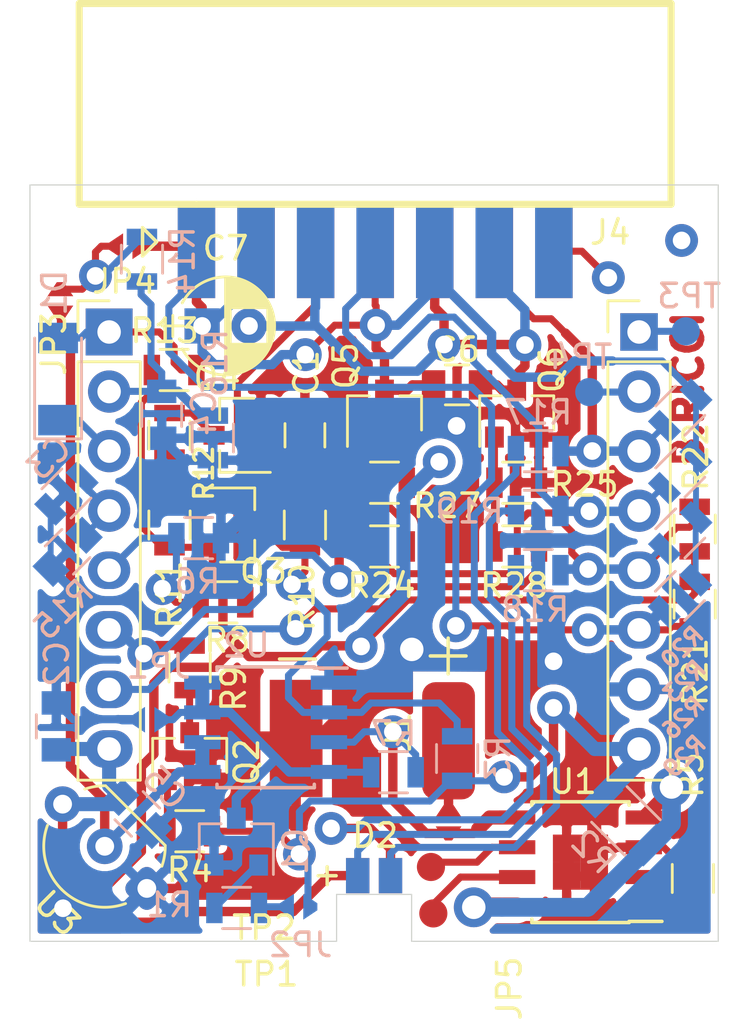
<source format=kicad_pcb>
(kicad_pcb (version 20171130) (host pcbnew "(5.1.2)-1")
  (layers (0 F.Cu signal) (31 B.Cu signal) (34 B.Paste user) (35 F.Paste user) (36 B.SilkS user) (37 F.SilkS user) (38 B.Mask user) (39 F.Mask user) (44 Edge.Cuts user))
  (net 0 "")
  (net 1 "Net-(C1-Pad1)")
  (net 2 GND)
  (net 3 VDD)
  (net 4 /REED_SENSE)
  (net 5 /BAT_SENSE)
  (net 6 VS)
  (net 7 GNDD)
  (net 8 /RST)
  (net 9 /WAKE)
  (net 10 "Net-(D2-Pad3)")
  (net 11 "Net-(D2-Pad4)")
  (net 12 "Net-(D2-Pad2)")
  (net 13 /VBAT)
  (net 14 /BAT_CTRL)
  (net 15 /PWR_SENSOR_H)
  (net 16 /PWR_SENSOR_L)
  (net 17 +5V)
  (net 18 /SENSOR_4)
  (net 19 /SENSOR_3)
  (net 20 /SENSOR_2)
  (net 21 /SENSOR_1)
  (net 22 "Net-(J3-Pad2)")
  (net 23 "Net-(J3-Pad1)")
  (net 24 "Net-(J4-Pad14)")
  (net 25 "Net-(J4-Pad13)")
  (net 26 /BAT_PMOS_G)
  (net 27 "Net-(JP2-Pad1)")
  (net 28 "Net-(JP3-Pad1)")
  (net 29 VCC)
  (net 30 "Net-(Q1-Pad1)")
  (net 31 "Net-(Q2-Pad3)")
  (net 32 "Net-(Q2-Pad1)")
  (net 33 /BAT_NMOS_G)
  (net 34 "Net-(Q3-Pad1)")
  (net 35 "Net-(Q4-Pad3)")
  (net 36 "Net-(Q5-Pad1)")
  (net 37 "Net-(Q6-Pad1)")
  (net 38 "Net-(R2-Pad2)")
  (net 39 "Net-(R5-Pad1)")
  (net 40 "Net-(TP1-Pad1)")
  (net 41 "Net-(TP2-Pad1)")
  (net 42 "Net-(J1-Pad1)")
  (module Datalogger_esp8266:Solder_bridge (layer B.Cu) (at 35.3772 54.8846 180)
    (fp_text reference JP1 (at -0.375 2.275 180) (layer B.SilkS) (effects (justify mirror)))
    (fp_text value ON hide)
    (pad 2 smd trapezoid (at 0.5 0 270) (size 0.7 0.6) (rect_delta 0 -0.4) (layers B.Cu B.Paste B.Mask) (net 2 GND))
    (pad 1 smd trapezoid (at -0.5 0 90) (size 0.7 0.6) (rect_delta 0 -0.4) (layers B.Cu B.Paste B.Mask) (net 26 /BAT_PMOS_G))
  )
  (module Datalogger_esp8266:Solder_bridge (layer B.Cu) (at 41.7272 62.8602)
    (fp_text reference JP2 (at 0.0762 1.6256) (layer B.SilkS) (effects (justify mirror)))
    (fp_text value CH hide)
    (pad 2 smd trapezoid (at 0.5 0 90) (size 0.7 0.6) (rect_delta 0 -0.4) (layers B.Cu B.Paste B.Mask) (net 17 +5V))
    (pad 1 smd trapezoid (at -0.5 0 270) (size 0.7 0.6) (rect_delta 0 -0.4) (layers B.Cu B.Paste B.Mask) (net 27 "Net-(JP2-Pad1)"))
  )
  (module Datalogger_esp8266:Solder_bridge (layer F.Cu) (at 31.5672 37.0284 270)
    (fp_text reference JP3 (at 1.8288 0.2794 90) (layer F.SilkS))
    (fp_text value BAT hide)
    (pad 2 smd trapezoid (at 0.5 0 180) (size 0.7 0.6) (rect_delta 0 0.4) (layers F.Cu F.Paste F.Mask) (net 29 VCC))
    (pad 1 smd trapezoid (at -0.5 0) (size 0.7 0.6) (rect_delta 0 0.4) (layers F.Cu F.Paste F.Mask) (net 28 "Net-(JP3-Pad1)"))
  )
  (module Datalogger_esp8266:Solder_bridge (layer F.Cu) (at 34.4424 34.6964)
    (fp_text reference JP4 (at -0.1524 1.4986) (layer F.SilkS))
    (fp_text value VSS hide)
    (pad 2 smd trapezoid (at 0.5 0 270) (size 0.7 0.6) (rect_delta 0 0.4) (layers F.Cu F.Paste F.Mask) (net 6 VS))
    (pad 1 smd trapezoid (at -0.5 0 90) (size 0.7 0.6) (rect_delta 0 0.4) (layers F.Cu F.Paste F.Mask) (net 28 "Net-(JP3-Pad1)"))
  )
  (module Datalogger_esp8266:Solder_bridge (layer F.Cu) (at 48.1218 59.2334 90)
    (fp_text reference JP5 (at -7.112 2.5908 90) (layer F.SilkS))
    (fp_text value BAT)
    (pad 2 smd trapezoid (at 0.5 0) (size 0.7 0.6) (rect_delta 0 0.4) (layers F.Cu F.Paste F.Mask) (net 42 "Net-(J1-Pad1)"))
    (pad 1 smd trapezoid (at -0.5 0 180) (size 0.7 0.6) (rect_delta 0 0.4) (layers F.Cu F.Paste F.Mask) (net 13 /VBAT))
  )
  (module TO_SOT_Packages_SMD:SOT-23 (layer F.Cu) (at 45.3898 41.8338 90)
    (fp_text reference Q5 (at 2.0368 -1.656 90) (layer F.SilkS))
    (fp_text value BC857)
    (pad 3 smd rect (at 1 0 90) (size 0.9 0.8) (layers F.Cu F.Paste F.Mask) (net 6 VS))
    (pad 2 smd rect (at -1 0.95 90) (size 0.9 0.8) (layers F.Cu F.Paste F.Mask) (net 3 VDD))
    (pad 1 smd rect (at -1 -0.95 90) (size 0.9 0.8) (layers F.Cu F.Paste F.Mask) (net 36 "Net-(Q5-Pad1)"))
  )
  (module Datalogger_esp8266:Test_point_SMD_round (layer B.Cu) (at 54.1224 40.9146)
    (fp_text reference TP4 (at -0.381 -1.4986) (layer B.SilkS) (effects (justify mirror)))
    (fp_text value RX)
    (pad 1 smd circle (at 0 0 270) (size 1.2 1.2) (layers B.Cu B.Paste B.Mask) (net 22 "Net-(J3-Pad2)"))
  )
  (module Datalogger_esp8266:Test_point_SMD_round (layer B.Cu) (at 58.2372 38.3238)
    (fp_text reference TP3 (at 0.1474 -1.5034) (layer B.SilkS) (effects (justify mirror)))
    (fp_text value TX)
    (pad 1 smd circle (at 0 0 270) (size 1.2 1.2) (layers B.Cu B.Paste B.Mask) (net 23 "Net-(J3-Pad1)"))
  )
  (module Datalogger_esp8266:Test_point_SMD_round (layer F.Cu) (at 47.371 61.1632)
    (fp_text reference TP2 (at -7.112 2.5908) (layer F.SilkS))
    (fp_text value CH)
    (pad 1 smd circle (at 0 0 90) (size 1.2 1.2) (layers F.Cu F.Paste F.Mask) (net 41 "Net-(TP2-Pad1)"))
  )
  (module Datalogger_esp8266:Test_point_SMD_round (layer F.Cu) (at 47.4726 63.1444)
    (fp_text reference TP1 (at -7.112 2.5908) (layer F.SilkS))
    (fp_text value CH)
    (pad 1 smd circle (at 0 0 90) (size 1.2 1.2) (layers F.Cu F.Paste F.Mask) (net 40 "Net-(TP1-Pad1)"))
  )
  (module Pin_Headers:Pin_Header_Straight_1x08_Pitch2.54mm (layer F.Cu) (at 33.6468 38.3534)
    (fp_text reference J2 hide)
    (fp_text value Conn_01x08 hide)
    (pad 1 thru_hole rect (at 0 0) (size 2 2) (drill 1) (layers *.Cu *.Mask) (net 8 /RST))
    (pad 2 thru_hole oval (at 0 2.54) (size 1.8 1.8) (drill 1) (layers *.Cu *.Mask) (net 5 /BAT_SENSE))
    (pad 3 thru_hole oval (at 0 5.08) (size 1.8 1.8) (drill 1) (layers *.Cu *.Mask) (net 9 /WAKE))
    (pad 4 thru_hole oval (at 0 7.62) (size 1.8 1.8) (drill 1) (layers *.Cu *.Mask) (net 4 /REED_SENSE))
    (pad 5 thru_hole oval (at 0 10.16) (size 1.8 1.6) (drill 1) (layers *.Cu *.Mask) (net 14 /BAT_CTRL))
    (pad 6 thru_hole oval (at 0 12.7) (size 2 1.6) (drill 1) (layers *.Cu *.Mask) (net 15 /PWR_SENSOR_H))
    (pad 7 thru_hole oval (at 0 15.24) (size 2 1.6) (drill 1) (layers *.Cu *.Mask) (net 16 /PWR_SENSOR_L))
    (pad 8 thru_hole oval (at 0 17.78) (size 2 1.6) (drill 1) (layers *.Cu *.Mask) (net 3 VDD))
  )
  (module Pin_Headers:Pin_Header_Straight_1x08_Pitch2.54mm (layer F.Cu) (at 56.2468 38.3534)
    (fp_text reference J3 hide)
    (fp_text value Conn_01x08 hide)
    (pad 1 thru_hole rect (at 0 0) (size 1.6 1.6) (drill 1) (layers *.Cu *.Mask) (net 23 "Net-(J3-Pad1)"))
    (pad 2 thru_hole oval (at 0 2.54) (size 1.8 1.8) (drill 1) (layers *.Cu *.Mask) (net 22 "Net-(J3-Pad2)"))
    (pad 3 thru_hole oval (at 0 5.08) (size 1.8 1.8) (drill 1) (layers *.Cu *.Mask) (net 21 /SENSOR_1))
    (pad 4 thru_hole oval (at 0 7.62) (size 1.8 1.8) (drill 1) (layers *.Cu *.Mask) (net 20 /SENSOR_2))
    (pad 5 thru_hole oval (at 0 10.16) (size 1.8 1.6) (drill 1) (layers *.Cu *.Mask) (net 19 /SENSOR_3))
    (pad 6 thru_hole oval (at 0 12.7) (size 1.8 1.6) (drill 1) (layers *.Cu *.Mask) (net 18 /SENSOR_4))
    (pad 7 thru_hole oval (at 0 15.24) (size 1.8 1.8) (drill 1) (layers *.Cu *.Mask) (net 2 GND))
    (pad 8 thru_hole oval (at 0 17.78) (size 1.8 1.8) (drill 1) (layers *.Cu *.Mask) (net 17 +5V))
  )
  (module LEDs:LED_RGB_1210 (layer F.Cu) (at 44.9468 62.3334 90)
    (fp_text reference D2 (at 2.5085 0.0443 180) (layer F.SilkS))
    (fp_text value LED_ARGB hide)
    (pad 3 smd rect (at 0.8 0.7 270) (size 1.5 1) (layers B.Cu B.Paste B.Mask) (net 10 "Net-(D2-Pad3)"))
    (pad 4 smd rect (at 0.8 -0.7 270) (size 1.5 1) (layers B.Cu B.Paste B.Mask) (net 11 "Net-(D2-Pad4)"))
    (pad 2 smd rect (at 0.8 0.7 270) (size 1.5 1) (layers F.Cu F.Paste F.Mask) (net 12 "Net-(D2-Pad2)"))
    (pad 1 smd rect (at 0.8 -0.7 270) (size 1.5 1) (layers F.Cu F.Paste F.Mask) (net 3 VDD))
  )
  (module Pin_Headers:Pin_Header_Straight_1x02_Pitch2.54mm (layer F.Cu) (at 48.1218 55.6834 270)
    (fp_text reference J1 (at -0.2654 2.1274 270) (layer F.SilkS))
    (fp_text value BAT)
    (fp_text user + (at -3.5166 0.1716 270) (layer F.SilkS) (effects (font (size 2 2))))
    (fp_text user - (at -3.542 6.4454) (layer F.SilkS) (effects (font (size 2 2))))
    (pad 2 smd rect (at 0 6.5 270) (size 5 2.25) (layers F.Cu F.Paste F.Mask) (net 2 GND) (clearance 0.3))
    (pad 1 smd roundrect (at 0.1 0 270) (size 5 2.25) (layers F.Cu F.Paste F.Mask) (net 42 "Net-(J1-Pad1)"))
  )
  (module Connectors_Multicomp:Multicomp_MC9A12-1434_2x07x2.54mm_Straight (layer F.Cu) (at 37.3718 32.9084)
    (fp_text reference J4 (at 17.6446 1.2038) (layer F.SilkS))
    (fp_text value "DHT22 SENSORS")
    (pad 14 smd rect (at 15.24 2) (size 1.6 4) (layers B.Cu B.Paste B.Mask) (net 24 "Net-(J4-Pad14)"))
    (pad 13 smd rect (at 15.24 2) (size 1.6 4) (layers F.Cu F.Paste F.Mask) (net 25 "Net-(J4-Pad13)"))
    (pad 12 smd rect (at 12.7 2) (size 1.6 4) (layers B.Cu B.Paste B.Mask) (net 7 GNDD))
    (pad 11 smd rect (at 12.7 2) (size 1.6 4) (layers F.Cu F.Paste F.Mask) (net 21 /SENSOR_1))
    (pad 10 smd rect (at 10.16 2) (size 1.6 4) (layers B.Cu B.Paste B.Mask) (net 6 VS))
    (pad 9 smd rect (at 10.16 2) (size 1.6 4) (layers F.Cu F.Paste F.Mask) (net 7 GNDD))
    (pad 8 smd rect (at 7.62 2) (size 1.6 4) (layers B.Cu B.Paste B.Mask) (net 20 /SENSOR_2))
    (pad 7 smd rect (at 7.62 2) (size 1.6 4) (layers F.Cu F.Paste F.Mask) (net 6 VS))
    (pad 6 smd rect (at 5.08 2) (size 1.6 4) (layers B.Cu B.Paste B.Mask) (net 7 GNDD))
    (pad 5 smd rect (at 5.08 2) (size 1.6 4) (layers F.Cu F.Paste F.Mask) (net 19 /SENSOR_3))
    (pad 4 smd rect (at 2.54 2) (size 1.6 4) (layers B.Cu B.Paste B.Mask) (net 6 VS))
    (pad 3 smd rect (at 2.54 2) (size 1.6 4) (layers F.Cu F.Paste F.Mask) (net 7 GNDD))
    (pad 2 smd rect (at 0 2) (size 1.6 4) (layers B.Cu B.Paste B.Mask) (net 18 /SENSOR_4))
    (pad 1 smd rect (at 0 2) (size 1.6 4) (layers F.Cu F.Paste F.Mask) (net 6 VS))
  )
  (module Housings_SOIC:SOIC-8-1EP_3.9x4.9mm_Pitch1.27mm (layer F.Cu) (at 53.7468 60.9584 180)
    (fp_text reference U1 (at 0.3102 3.4322) (layer F.SilkS))
    (fp_text value TP4056)
    (pad 1 smd rect (at -0.5875 -0.5875 180) (size 1.175 1.175) (layers F.Cu F.Paste F.Mask) (net 2 GND))
    (pad 1 smd rect (at -0.5875 0.5875 180) (size 1.175 1.175) (layers F.Cu F.Paste F.Mask) (net 2 GND))
    (pad 1 smd rect (at 0.5875 -0.5875 180) (size 1.175 1.175) (layers F.Cu F.Paste F.Mask) (net 2 GND))
    (pad 1 smd rect (at 0.5875 0.5875 180) (size 1.175 1.175) (layers F.Cu F.Paste F.Mask) (net 2 GND))
    (pad 8 smd rect (at 2.7 -1.905 180) (size 1.55 0.6) (layers F.Cu F.Paste F.Mask) (net 38 "Net-(R2-Pad2)"))
    (pad 7 smd rect (at 2.7 -0.635 180) (size 1.55 0.6) (layers F.Cu F.Paste F.Mask) (net 40 "Net-(TP1-Pad1)"))
    (pad 6 smd rect (at 2.7 0.635 180) (size 1.55 0.6) (layers F.Cu F.Paste F.Mask) (net 41 "Net-(TP2-Pad1)"))
    (pad 5 smd rect (at 2.7 1.905 180) (size 1.55 0.6) (layers F.Cu F.Paste F.Mask) (net 13 /VBAT))
    (pad 4 smd rect (at -2.7 1.905 180) (size 1.55 0.6) (layers F.Cu F.Paste F.Mask) (net 38 "Net-(R2-Pad2)"))
    (pad 3 smd rect (at -2.7 0.635 180) (size 1.55 0.6) (layers F.Cu F.Paste F.Mask) (net 2 GND))
    (pad 2 smd rect (at -2.7 -0.635 180) (size 1.55 0.6) (layers F.Cu F.Paste F.Mask) (net 39 "Net-(R5-Pad1)"))
    (pad 1 smd rect (at -2.7 -1.905 180) (size 1.55 0.6) (layers F.Cu F.Paste F.Mask) (net 2 GND))
  )
  (module Capacitors_SMD:C_0805 (layer F.Cu) (at 41.9968 42.7584 90)
    (fp_text reference C1 (at 2.6566 0.0606 90) (layer F.SilkS))
    (fp_text value 100nF)
    (pad 1 smd rect (at -1 0 90) (size 1 1.25) (layers F.Cu F.Paste F.Mask) (net 1 "Net-(C1-Pad1)"))
    (pad 2 smd rect (at 1 0 90) (size 1 1.25) (layers F.Cu F.Paste F.Mask) (net 2 GND))
  )
  (module Capacitors_SMD:C_0805 (layer B.Cu) (at 31.3944 55.1688 90)
    (fp_text reference C2 (at 2.667 0.0254 90) (layer B.SilkS) (effects (justify mirror)))
    (fp_text value 100nF)
    (pad 2 smd rect (at 1 0 90) (size 1 1.25) (layers B.Cu B.Paste B.Mask) (net 2 GND))
    (pad 1 smd rect (at -1 0 90) (size 1 1.25) (layers B.Cu B.Paste B.Mask) (net 3 VDD))
  )
  (module Capacitors_SMD:C_0805 (layer B.Cu) (at 31.877 47.7266 225)
    (fp_text reference C3 (at -2.280985 3.394537 45) (layer B.SilkS) (effects (justify mirror)))
    (fp_text value 470nF)
    (pad 1 smd rect (at -1 0 225) (size 1 1.25) (layers B.Cu B.Paste B.Mask) (net 4 /REED_SENSE))
    (pad 2 smd rect (at 1 0 225) (size 1 1.25) (layers B.Cu B.Paste B.Mask) (net 2 GND))
  )
  (module Capacitors_SMD:C_0805 (layer B.Cu) (at 35.8902 41.8846 270)
    (fp_text reference C4 (at -0.081 -1.7984 90) (layer B.SilkS) (effects (justify mirror)))
    (fp_text value 100nF)
    (pad 2 smd rect (at 1 0 270) (size 1 1.25) (layers B.Cu B.Paste B.Mask) (net 2 GND))
    (pad 1 smd rect (at -1 0 270) (size 1 1.25) (layers B.Cu B.Paste B.Mask) (net 5 /BAT_SENSE))
  )
  (module Capacitors_SMD:C_0805 (layer B.Cu) (at 34.8488 58.9026 315)
    (fp_text reference C5 (at 0.040305 -1.617153 315) (layer B.SilkS) (effects (justify mirror)))
    (fp_text value 1uF)
    (pad 2 smd rect (at 1 0 315) (size 1 1.25) (layers B.Cu B.Paste B.Mask) (net 2 GND))
    (pad 1 smd rect (at -1 0 315) (size 1 1.25) (layers B.Cu B.Paste B.Mask) (net 3 VDD))
  )
  (module Capacitors_SMD:C_0805 (layer F.Cu) (at 48.4836 40.6098)
    (fp_text reference C6 (at 0 -1.5) (layer F.SilkS))
    (fp_text value 100nF)
    (pad 1 smd rect (at -1 0) (size 1 1.25) (layers F.Cu F.Paste F.Mask) (net 6 VS))
    (pad 2 smd rect (at 1 0) (size 1 1.25) (layers F.Cu F.Paste F.Mask) (net 7 GNDD))
  )
  (module Capacitors_THT:CP_Radial_D4.0mm_P2.00mm (layer F.Cu) (at 37.6124 38.0952)
    (fp_text reference C7 (at 1 -3.31) (layer F.SilkS))
    (fp_text value 10uFx16V)
    (pad 2 thru_hole circle (at 2 0) (size 1.5 1.5) (drill 0.75) (layers *.Cu *.Mask) (net 7 GNDD))
    (pad 1 thru_hole rect (at 0 0) (size 1.5 1.5) (drill 0.75) (layers *.Cu *.Mask) (net 6 VS))
  )
  (module Diodes_SMD:D_MiniMELF (layer B.Cu) (at 31.4706 40.3606 90)
    (fp_text reference D1 (at 3.683 -0.1524 270) (layer B.SilkS) (effects (justify mirror)))
    (fp_text value D_Small)
    (pad 2 smd rect (at 1.75 0 90) (size 1.3 1.7) (layers B.Cu B.Paste B.Mask) (net 8 /RST))
    (pad 1 smd rect (at -1.75 0 90) (size 1.3 1.7) (layers B.Cu B.Paste B.Mask) (net 9 /WAKE))
  )
  (module TO_SOT_Packages_SMD:SOT-23 (layer B.Cu) (at 39.0718 60.0834 90)
    (fp_text reference Q1 (at -0.4146 2.5284 90) (layer B.SilkS) (effects (justify mirror)))
    (fp_text value BC817)
    (pad 1 smd rect (at -1 0.95 90) (size 0.9 0.8) (layers B.Cu B.Paste B.Mask) (net 30 "Net-(Q1-Pad1)"))
    (pad 2 smd rect (at -1 -0.95 90) (size 0.9 0.8) (layers B.Cu B.Paste B.Mask) (net 2 GND))
    (pad 3 smd rect (at 1 0 90) (size 0.9 0.8) (layers B.Cu B.Paste B.Mask) (net 26 /BAT_PMOS_G))
  )
  (module TO_SOT_Packages_SMD:SOT-23 (layer F.Cu) (at 37.084 56.4388 90)
    (fp_text reference Q2 (at -0.2492 2.4334 90) (layer F.SilkS))
    (fp_text value BC817)
    (pad 3 smd rect (at 1 0 90) (size 0.9 0.8) (layers F.Cu F.Paste F.Mask) (net 31 "Net-(Q2-Pad3)"))
    (pad 2 smd rect (at -1 0.95 90) (size 0.9 0.8) (layers F.Cu F.Paste F.Mask) (net 2 GND))
    (pad 1 smd rect (at -1 -0.95 90) (size 0.9 0.8) (layers F.Cu F.Paste F.Mask) (net 32 "Net-(Q2-Pad1)"))
  )
  (module TO_SOT_Packages_SMD:SOT-23 (layer F.Cu) (at 39.0968 46.5834)
    (fp_text reference Q3 (at 1.1318 1.9766) (layer F.SilkS))
    (fp_text value BC857)
    (pad 3 smd rect (at 1 0) (size 0.9 0.8) (layers F.Cu F.Paste F.Mask) (net 33 /BAT_NMOS_G))
    (pad 2 smd rect (at -1 0.95) (size 0.9 0.8) (layers F.Cu F.Paste F.Mask) (net 3 VDD))
    (pad 1 smd rect (at -1 -0.95) (size 0.9 0.8) (layers F.Cu F.Paste F.Mask) (net 34 "Net-(Q3-Pad1)"))
  )
  (module TO_SOT_Packages_SMD:SOT-23 (layer F.Cu) (at 39.1218 42.7584 180)
    (fp_text reference Q4 (at 0.8694 2.4486) (layer F.SilkS))
    (fp_text value BC817)
    (pad 1 smd rect (at -1 -0.95 180) (size 0.9 0.8) (layers F.Cu F.Paste F.Mask) (net 1 "Net-(C1-Pad1)"))
    (pad 2 smd rect (at -1 0.95 180) (size 0.9 0.8) (layers F.Cu F.Paste F.Mask) (net 2 GND))
    (pad 3 smd rect (at 1 0 180) (size 0.9 0.8) (layers F.Cu F.Paste F.Mask) (net 35 "Net-(Q4-Pad3)"))
  )
  (module TO_SOT_Packages_SMD:SOT-23 (layer F.Cu) (at 51.0286 41.8338 90)
    (fp_text reference Q6 (at 1.8796 1.4986 90) (layer F.SilkS))
    (fp_text value BC817)
    (pad 1 smd rect (at -1 -0.95 90) (size 0.9 0.8) (layers F.Cu F.Paste F.Mask) (net 37 "Net-(Q6-Pad1)"))
    (pad 2 smd rect (at -1 0.95 90) (size 0.9 0.8) (layers F.Cu F.Paste F.Mask) (net 2 GND))
    (pad 3 smd rect (at 1 0 90) (size 0.9 0.8) (layers F.Cu F.Paste F.Mask) (net 7 GNDD))
  )
  (module Resistors_SMD:R_0805 (layer B.Cu) (at 39.0856 62.911 180)
    (fp_text reference R1 (at 2.8702 0.1296) (layer B.SilkS) (effects (justify mirror)))
    (fp_text value 470k)
    (pad 2 smd rect (at 0.95 0 180) (size 0.7 1.3) (layers B.Cu B.Paste B.Mask) (net 30 "Net-(Q1-Pad1)"))
    (pad 1 smd rect (at -0.95 0 180) (size 0.7 1.3) (layers B.Cu B.Paste B.Mask) (net 27 "Net-(JP2-Pad1)"))
  )
  (module Resistors_SMD:R_1206 (layer B.Cu) (at 55.6845 59.2026 315)
    (fp_text reference R2 (at -0.0508 1.905 135) (layer B.SilkS) (effects (justify mirror)))
    (fp_text value 0.33R)
    (pad 2 smd rect (at 1.45 0 315) (size 0.9 1.7) (layers B.Cu B.Paste B.Mask) (net 38 "Net-(R2-Pad2)"))
    (pad 1 smd rect (at -1.45 0 315) (size 0.9 1.7) (layers B.Cu B.Paste B.Mask) (net 17 +5V))
  )
  (module Resistors_SMD:R_0805 (layer B.Cu) (at 48.4886 56.5404 90)
    (fp_text reference R3 (at 0.0048 1.7476 90) (layer B.SilkS) (effects (justify mirror)))
    (fp_text value 100K)
    (pad 1 smd rect (at -0.95 0 90) (size 0.7 1.3) (layers B.Cu B.Paste B.Mask) (net 17 +5V))
    (pad 2 smd rect (at 0.95 0 90) (size 0.7 1.3) (layers B.Cu B.Paste B.Mask) (net 33 /BAT_NMOS_G))
  )
  (module Resistors_SMD:R_0805 (layer F.Cu) (at 37.084 59.6392 180)
    (fp_text reference R4 (at 0 -1.65) (layer F.SilkS))
    (fp_text value 470k)
    (pad 2 smd rect (at 0.95 0 180) (size 0.7 1.3) (layers F.Cu F.Paste F.Mask) (net 32 "Net-(Q2-Pad1)"))
    (pad 1 smd rect (at -0.95 0 180) (size 0.7 1.3) (layers F.Cu F.Paste F.Mask) (net 17 +5V))
  )
  (module Resistors_SMD:R_0805 (layer F.Cu) (at 58.542 61.6537 90)
    (fp_text reference R5 (at 4.4116 -0.0782 -90) (layer F.SilkS))
    (fp_text value 10k)
    (pad 1 smd rect (at -0.95 0 90) (size 0.7 1.3) (layers F.Cu F.Paste F.Mask) (net 39 "Net-(R5-Pad1)"))
    (pad 2 smd rect (at 0.95 0 90) (size 0.7 1.3) (layers F.Cu F.Paste F.Mask) (net 2 GND))
  )
  (module Resistors_SMD:R_0805 (layer B.Cu) (at 37.465 47.1424)
    (fp_text reference R6 (at -0.0508 1.8494) (layer B.SilkS) (effects (justify mirror)))
    (fp_text value 100K)
    (pad 2 smd rect (at 0.95 0) (size 0.7 1.3) (layers B.Cu B.Paste B.Mask) (net 2 GND))
    (pad 1 smd rect (at -0.95 0) (size 0.7 1.3) (layers B.Cu B.Paste B.Mask) (net 14 /BAT_CTRL))
  )
  (module Resistors_SMD:R_0805 (layer B.Cu) (at 45.7708 57.1246 180)
    (fp_text reference R7 (at 0 1.65) (layer B.SilkS) (effects (justify mirror)))
    (fp_text value 1M)
    (pad 2 smd rect (at 0.95 0 180) (size 0.7 1.3) (layers B.Cu B.Paste B.Mask) (net 26 /BAT_PMOS_G))
    (pad 1 smd rect (at -0.95 0 180) (size 0.7 1.3) (layers B.Cu B.Paste B.Mask) (net 13 /VBAT))
  )
  (module Resistors_SMD:R_0805 (layer F.Cu) (at 38.5014 49.8808)
    (fp_text reference R8 (at 0.1892 1.6194) (layer F.SilkS))
    (fp_text value 100K)
    (pad 1 smd rect (at -0.95 0) (size 0.7 1.3) (layers F.Cu F.Paste F.Mask) (net 14 /BAT_CTRL))
    (pad 2 smd rect (at 0.95 0) (size 0.7 1.3) (layers F.Cu F.Paste F.Mask) (net 1 "Net-(C1-Pad1)"))
  )
  (module Resistors_SMD:R_0805 (layer F.Cu) (at 37.079 52.6748 90)
    (fp_text reference R9 (at -0.889 1.8796 90) (layer F.SilkS))
    (fp_text value 10k)
    (pad 1 smd rect (at -0.95 0 90) (size 0.7 1.3) (layers F.Cu F.Paste F.Mask) (net 31 "Net-(Q2-Pad3)"))
    (pad 2 smd rect (at 0.95 0 90) (size 0.7 1.3) (layers F.Cu F.Paste F.Mask) (net 15 /PWR_SENSOR_H))
  )
  (module Resistors_SMD:R_0805 (layer F.Cu) (at 41.9968 46.5834 90)
    (fp_text reference R10 (at -3.0736 -0.1122 90) (layer F.SilkS))
    (fp_text value 10M)
    (pad 2 smd rect (at 0.95 0 90) (size 0.7 1.3) (layers F.Cu F.Paste F.Mask) (net 1 "Net-(C1-Pad1)"))
    (pad 1 smd rect (at -0.95 0 90) (size 0.7 1.3) (layers F.Cu F.Paste F.Mask) (net 33 /BAT_NMOS_G))
  )
  (module Resistors_SMD:R_0805 (layer F.Cu) (at 36.2218 46.5834 90)
    (fp_text reference R11 (at -2.9672 -0.0064 90) (layer F.SilkS))
    (fp_text value 10M)
    (pad 2 smd rect (at 0.95 0 90) (size 0.7 1.3) (layers F.Cu F.Paste F.Mask) (net 34 "Net-(Q3-Pad1)"))
    (pad 1 smd rect (at -0.95 0 90) (size 0.7 1.3) (layers F.Cu F.Paste F.Mask) (net 3 VDD))
  )
  (module Resistors_SMD:R_0805 (layer F.Cu) (at 36.2218 42.7584 90)
    (fp_text reference R12 (at -1.6106 1.4668 270) (layer F.SilkS) (effects (font (size 0.8 0.8))))
    (fp_text value 10M)
    (pad 1 smd rect (at -0.95 0 90) (size 0.7 1.3) (layers F.Cu F.Paste F.Mask) (net 34 "Net-(Q3-Pad1)"))
    (pad 2 smd rect (at 0.95 0 90) (size 0.7 1.3) (layers F.Cu F.Paste F.Mask) (net 35 "Net-(Q4-Pad3)"))
  )
  (module Resistors_SMD:R_0805 (layer F.Cu) (at 36.4186 39.9748 180)
    (fp_text reference R13 (at 0.4064 1.6764) (layer F.SilkS))
    (fp_text value 10k)
    (pad 2 smd rect (at 0.95 0 180) (size 0.7 1.3) (layers F.Cu F.Paste F.Mask) (net 3 VDD))
    (pad 1 smd rect (at -0.95 0 180) (size 0.7 1.3) (layers F.Cu F.Paste F.Mask) (net 8 /RST))
  )
  (module Resistors_SMD:R_0805 (layer B.Cu) (at 35.047 35.2504 270)
    (fp_text reference R14 (at 0.0508 -1.7272 270) (layer B.SilkS) (effects (justify mirror)))
    (fp_text value 1M2)
    (pad 1 smd rect (at -0.95 0 270) (size 0.7 1.3) (layers B.Cu B.Paste B.Mask) (net 28 "Net-(JP3-Pad1)"))
    (pad 2 smd rect (at 0.95 0 270) (size 0.7 1.3) (layers B.Cu B.Paste B.Mask) (net 5 /BAT_SENSE))
  )
  (module Resistors_SMD:R_0805 (layer B.Cu) (at 31.8262 45.2374 45)
    (fp_text reference R15 (at -3.589602 3.414998 225) (layer B.SilkS) (effects (justify mirror)))
    (fp_text value 470k)
    (pad 2 smd rect (at 0.95 0 45) (size 0.7 1.3) (layers B.Cu B.Paste B.Mask) (net 4 /REED_SENSE))
    (pad 1 smd rect (at -0.95 0 45) (size 0.7 1.3) (layers B.Cu B.Paste B.Mask) (net 2 GND))
  )
  (module Resistors_SMD:R_0805 (layer B.Cu) (at 38.0696 42.8704 270)
    (fp_text reference R16 (at -3.1954 -0.0968 90) (layer B.SilkS) (effects (justify mirror)))
    (fp_text value 330k)
    (pad 1 smd rect (at -0.95 0 270) (size 0.7 1.3) (layers B.Cu B.Paste B.Mask) (net 5 /BAT_SENSE))
    (pad 2 smd rect (at 0.95 0 270) (size 0.7 1.3) (layers B.Cu B.Paste B.Mask) (net 2 GND))
  )
  (module Resistors_SMD:R_0805 (layer B.Cu) (at 51.945 43.4334 180)
    (fp_text reference R17 (at 0 1.65) (layer B.SilkS) (effects (justify mirror)))
    (fp_text value 1k)
    (pad 2 smd rect (at 0.95 0 180) (size 0.7 1.3) (layers B.Cu B.Paste B.Mask) (net 12 "Net-(D2-Pad2)"))
    (pad 1 smd rect (at -0.95 0 180) (size 0.7 1.3) (layers B.Cu B.Paste B.Mask) (net 21 /SENSOR_1))
  )
  (module Resistors_SMD:R_0805 (layer B.Cu) (at 51.945 48.5084 180)
    (fp_text reference R18 (at 0.129 -1.682) (layer B.SilkS) (effects (justify mirror)))
    (fp_text value 1k)
    (pad 2 smd rect (at 0.95 0 180) (size 0.7 1.3) (layers B.Cu B.Paste B.Mask) (net 10 "Net-(D2-Pad3)"))
    (pad 1 smd rect (at -0.95 0 180) (size 0.7 1.3) (layers B.Cu B.Paste B.Mask) (net 19 /SENSOR_3))
  )
  (module Resistors_SMD:R_0805 (layer B.Cu) (at 51.945 45.9834 180)
    (fp_text reference R19 (at 2.928 -0.0112) (layer B.SilkS) (effects (justify mirror)))
    (fp_text value 1k)
    (pad 1 smd rect (at -0.95 0 180) (size 0.7 1.3) (layers B.Cu B.Paste B.Mask) (net 20 /SENSOR_2))
    (pad 2 smd rect (at 0.95 0 180) (size 0.7 1.3) (layers B.Cu B.Paste B.Mask) (net 11 "Net-(D2-Pad4)"))
  )
  (module Resistors_SMD:R_0805 (layer B.Cu) (at 58.002249 41.7068 45)
    (fp_text reference R20 (at -7.086517 7.203262 225) (layer B.SilkS) (effects (font (size 0.7 0.7)) (justify mirror)))
    (fp_text value 10k)
    (pad 1 smd rect (at -0.95 0 45) (size 0.7 1.3) (layers B.Cu B.Paste B.Mask) (net 21 /SENSOR_1))
    (pad 2 smd rect (at 0.95 0 45) (size 0.7 1.3) (layers B.Cu B.Paste B.Mask) (net 6 VS))
  )
  (module Resistors_SMD:R_0805 (layer F.Cu) (at 58.6182 49.957 90)
    (fp_text reference R21 (at -2.8956 0.0254 90) (layer F.SilkS))
    (fp_text value 100k)
    (pad 2 smd rect (at 0.95 0 90) (size 0.7 1.3) (layers F.Cu F.Paste F.Mask) (net 3 VDD))
    (pad 1 smd rect (at -0.95 0 90) (size 0.7 1.3) (layers F.Cu F.Paste F.Mask) (net 18 /SENSOR_4))
  )
  (module Resistors_SMD:R_0805 (layer F.Cu) (at 58.6182 46.7566 270)
    (fp_text reference R22 (at -3.0734 -0.0508 90) (layer F.SilkS))
    (fp_text value 100k)
    (pad 1 smd rect (at -0.95 0 270) (size 0.7 1.3) (layers F.Cu F.Paste F.Mask) (net 19 /SENSOR_3))
    (pad 2 smd rect (at 0.95 0 270) (size 0.7 1.3) (layers F.Cu F.Paste F.Mask) (net 3 VDD))
  )
  (module Resistors_SMD:R_0805 (layer B.Cu) (at 58.002249 44.3484 45)
    (fp_text reference R23 (at -6.170531 6.43096 225) (layer B.SilkS) (effects (font (size 0.7 0.7)) (justify mirror)))
    (fp_text value 10k)
    (pad 2 smd rect (at 0.95 0 45) (size 0.7 1.3) (layers B.Cu B.Paste B.Mask) (net 6 VS))
    (pad 1 smd rect (at -0.95 0 45) (size 0.7 1.3) (layers B.Cu B.Paste B.Mask) (net 20 /SENSOR_2))
  )
  (module Resistors_SMD:R_0805 (layer F.Cu) (at 45.3898 47.498)
    (fp_text reference R24 (at -0.132 1.6716) (layer F.SilkS))
    (fp_text value 22k)
    (pad 2 smd rect (at 0.95 0) (size 0.7 1.3) (layers F.Cu F.Paste F.Mask) (net 36 "Net-(Q5-Pad1)"))
    (pad 1 smd rect (at -0.95 0) (size 0.7 1.3) (layers F.Cu F.Paste F.Mask) (net 15 /PWR_SENSOR_H))
  )
  (module Resistors_SMD:R_0805 (layer F.Cu) (at 51.0286 47.498)
    (fp_text reference R25 (at 2.8906 -2.6464) (layer F.SilkS))
    (fp_text value 22k)
    (pad 1 smd rect (at -0.95 0) (size 0.7 1.3) (layers F.Cu F.Paste F.Mask) (net 37 "Net-(Q6-Pad1)"))
    (pad 2 smd rect (at 0.95 0) (size 0.7 1.3) (layers F.Cu F.Paste F.Mask) (net 16 /PWR_SENSOR_L))
  )
  (module Resistors_SMD:R_0805 (layer B.Cu) (at 58.002249 46.9392 45)
    (fp_text reference R26 (at -5.470071 5.658658 225) (layer B.SilkS) (effects (font (size 0.7 0.7)) (justify mirror)))
    (fp_text value 10k)
    (pad 2 smd rect (at 0.95 0 45) (size 0.7 1.3) (layers B.Cu B.Paste B.Mask) (net 6 VS))
    (pad 1 smd rect (at -0.95 0 45) (size 0.7 1.3) (layers B.Cu B.Paste B.Mask) (net 19 /SENSOR_3))
  )
  (module Resistors_SMD:R_0805 (layer F.Cu) (at 45.3898 44.7802 180)
    (fp_text reference R27 (at -2.662 -0.9858 180) (layer F.SilkS))
    (fp_text value 470k)
    (pad 2 smd rect (at 0.95 0 180) (size 0.7 1.3) (layers F.Cu F.Paste F.Mask) (net 36 "Net-(Q5-Pad1)"))
    (pad 1 smd rect (at -0.95 0 180) (size 0.7 1.3) (layers F.Cu F.Paste F.Mask) (net 3 VDD))
  )
  (module Resistors_SMD:R_0805 (layer F.Cu) (at 51.0286 44.7802)
    (fp_text reference R28 (at -0.1066 4.3894) (layer F.SilkS))
    (fp_text value 470k)
    (pad 1 smd rect (at -0.95 0) (size 0.7 1.3) (layers F.Cu F.Paste F.Mask) (net 37 "Net-(Q6-Pad1)"))
    (pad 2 smd rect (at 0.95 0) (size 0.7 1.3) (layers F.Cu F.Paste F.Mask) (net 2 GND))
  )
  (module Resistors_SMD:R_0805 (layer B.Cu) (at 57.9882 49.6062 45)
    (fp_text reference R29 (at -4.705796 4.986093 225) (layer B.SilkS) (effects (font (size 0.7 0.7)) (justify mirror)))
    (fp_text value 10k)
    (pad 1 smd rect (at -0.95 0 45) (size 0.7 1.3) (layers B.Cu B.Paste B.Mask) (net 18 /SENSOR_4))
    (pad 2 smd rect (at 0.95 0 45) (size 0.7 1.3) (layers B.Cu B.Paste B.Mask) (net 6 VS))
  )
  (module Housings_SOIC:SOIC-8_3.9x4.9mm_Pitch1.27mm (layer B.Cu) (at 40.3218 55.2084 180)
    (fp_text reference U2 (at 0.8298 3.5) (layer B.SilkS) (effects (justify mirror)))
    (fp_text value IRF7105)
    (pad 8 smd rect (at 2.7 1.905 180) (size 1.55 0.6) (layers B.Cu B.Paste B.Mask) (net 26 /BAT_PMOS_G))
    (pad 7 smd rect (at 2.7 0.635 180) (size 1.55 0.6) (layers B.Cu B.Paste B.Mask) (net 26 /BAT_PMOS_G))
    (pad 6 smd rect (at 2.7 -0.635 180) (size 1.55 0.6) (layers B.Cu B.Paste B.Mask) (net 29 VCC))
    (pad 5 smd rect (at 2.7 -1.905 180) (size 1.55 0.6) (layers B.Cu B.Paste B.Mask) (net 29 VCC))
    (pad 4 smd rect (at -2.7 -1.905 180) (size 1.55 0.6) (layers B.Cu B.Paste B.Mask) (net 26 /BAT_PMOS_G))
    (pad 3 smd rect (at -2.7 -0.635 180) (size 1.55 0.6) (layers B.Cu B.Paste B.Mask) (net 13 /VBAT))
    (pad 2 smd rect (at -2.7 0.635 180) (size 1.55 0.6) (layers B.Cu B.Paste B.Mask) (net 33 /BAT_NMOS_G))
    (pad 1 smd rect (at -2.7 1.905 180) (size 1.55 0.6) (layers B.Cu B.Paste B.Mask) (net 2 GND))
  )
  (module TO_SOT_Packages_THT:TO-92_Inline_Wide (layer F.Cu) (at 35.2552 62.0776 135)
    (fp_text reference U3 (at 1.946665 -3.44856 315) (layer F.SilkS))
    (fp_text value MCP1700-330-TO-92 hide)
    (pad 1 thru_hole roundrect (at 0 0 225) (size 1.52 1.52) (drill 0.8) (layers *.Cu *.Mask) (net 2 GND))
    (pad 3 thru_hole circle (at 5.08 0 225) (size 1.52 1.52) (drill 0.8) (layers *.Cu *.Mask) (net 3 VDD))
    (pad 2 thru_hole circle (at 2.54 0 225) (size 1.52 1.52) (drill 0.8) (layers *.Cu *.Mask) (net 29 VCC))
  )
  (gr_text + (at 42.9464 61.4632) (layer F.SilkS) (effects (font (size 1 1))))
  (gr_text B.RICCI (at 58.3388 40.8003 90) (layer F.Cu) (effects (font (size 1.2 1.2) (thickness 0.3))))
  (gr_line (start 46.5468 62.3334) (end 46.5468 64.3334) (layer Edge.Cuts) (width 0.05))
  (gr_line (start 43.3468 62.3334) (end 46.5468 62.3334) (layer Edge.Cuts) (width 0.05))
  (gr_line (start 43.3468 64.3334) (end 43.3468 62.3334) (layer Edge.Cuts) (width 0.05))
  (gr_line (start 30.2718 64.3334) (end 43.3468 64.3334) (layer Edge.Cuts) (width 0.05))
  (gr_line (start 30.2718 64.3334) (end 30.2718 32.0834) (layer Edge.Cuts) (width 0.05))
  (gr_line (start 59.6218 64.3334) (end 46.5468 64.3334) (layer Edge.Cuts) (width 0.05))
  (gr_line (start 59.6218 32.0834) (end 59.6218 64.3334) (layer Edge.Cuts) (width 0.05))
  (gr_line (start 30.2718 32.0834) (end 59.6218 32.0834) (layer Edge.Cuts) (width 0.05))
  (via (at 58.0594 34.4503) (size 1.4) (drill 0.75) (layers F.Cu B.Cu) (net 0))
  (segment (start 41.9968 45.6334) (end 41.9968 43.7584) (width 0.3) (layer F.Cu) (net 1))
  (segment (start 40.1718 43.7584) (end 40.1218 43.7084) (width 0.3) (layer F.Cu) (net 1))
  (segment (start 41.9968 43.7584) (end 40.1718 43.7584) (width 0.3) (layer F.Cu) (net 1))
  (segment (start 39.0968 45.4334) (end 39.0968 47.9768) (width 0.3) (layer F.Cu) (net 1))
  (segment (start 40.1218 43.7084) (end 40.1218 44.4084) (width 0.3) (layer F.Cu) (net 1))
  (segment (start 40.1218 44.4084) (end 39.0968 45.4334) (width 0.3) (layer F.Cu) (net 1))
  (segment (start 39.4514 48.3314) (end 39.4514 49.8808) (width 0.3) (layer F.Cu) (net 1))
  (segment (start 39.0968 47.9768) (end 39.4514 48.3314) (width 0.3) (layer F.Cu) (net 1))
  (via (at 31.6815 62.9237) (size 1.4) (drill 0.75) (layers F.Cu B.Cu) (net 2))
  (segment (start 31.6942 62.911) (end 31.6815 62.9237) (width 0.3) (layer F.Cu) (net 2))
  (segment (start 56.4468 62.8634) (end 54.7018 62.8634) (width 0.3) (layer F.Cu) (net 2))
  (segment (start 54.3343 62.4959) (end 54.3343 61.5459) (width 0.3) (layer F.Cu) (net 2))
  (segment (start 54.7018 62.8634) (end 54.3343 62.4959) (width 0.3) (layer F.Cu) (net 2))
  (segment (start 54.3818 60.3234) (end 54.3343 60.3709) (width 0.3) (layer F.Cu) (net 2))
  (segment (start 56.4468 60.3234) (end 54.3818 60.3234) (width 0.3) (layer F.Cu) (net 2))
  (segment (start 41.9468 41.8084) (end 41.9968 41.7584) (width 0.3) (layer F.Cu) (net 2))
  (segment (start 40.1218 41.8084) (end 41.9468 41.8084) (width 0.3) (layer F.Cu) (net 2))
  (segment (start 54.3343 60.3709) (end 53.1593 60.3709) (width 0.3) (layer F.Cu) (net 2))
  (segment (start 53.1593 61.5459) (end 54.3343 61.5459) (width 0.3) (layer F.Cu) (net 2))
  (via (at 52.5984 52.3954) (size 1.4) (drill 0.75) (layers F.Cu B.Cu) (net 2))
  (segment (start 53.1593 60.3709) (end 53.1593 61.5459) (width 0.6) (layer F.Cu) (net 2))
  (segment (start 51.9786 42.8338) (end 51.9786 44.7802) (width 0.3) (layer F.Cu) (net 2))
  (segment (start 31.154449 48.418263) (end 31.169893 48.433707) (width 0.25) (layer B.Cu) (net 2))
  (segment (start 31.154449 45.909151) (end 31.154449 48.418263) (width 0.25) (layer B.Cu) (net 2))
  (segment (start 35.555907 59.609707) (end 36.2712 60.325) (width 0.4) (layer B.Cu) (net 2))
  (segment (start 36.2712 61.0616) (end 35.2552 62.0776) (width 0.4) (layer B.Cu) (net 2))
  (segment (start 36.2712 60.325) (end 36.2712 61.0616) (width 0.4) (layer B.Cu) (net 2))
  (segment (start 36.2494 61.0834) (end 35.2552 62.0776) (width 0.4) (layer B.Cu) (net 2))
  (segment (start 38.1218 61.0834) (end 36.2494 61.0834) (width 0.4) (layer B.Cu) (net 2))
  (segment (start 38.415 47.031) (end 38.415 47.1424) (width 0.3) (layer B.Cu) (net 2))
  (via (at 46.5532 51.8874) (size 1.7) (drill 1) (layers F.Cu B.Cu) (net 2))
  (segment (start 52.5984 52.3954) (end 54.1224 52.3954) (width 0.6) (layer F.Cu) (net 2))
  (segment (start 54.1224 52.3954) (end 54.5542 52.8272) (width 0.6) (layer F.Cu) (net 2))
  (segment (start 54.5542 52.8272) (end 54.5542 58.3644) (width 0.6) (layer F.Cu) (net 2))
  (segment (start 54.3343 58.5843) (end 54.3343 60.3709) (width 0.6) (layer F.Cu) (net 2))
  (segment (start 53.7964 53.5934) (end 52.5984 52.3954) (width 0.6) (layer B.Cu) (net 2))
  (segment (start 56.2468 53.5934) (end 53.7964 53.5934) (width 0.6) (layer B.Cu) (net 2))
  (segment (start 32.585576 49.84939) (end 31.169893 48.433707) (width 0.3) (layer B.Cu) (net 2))
  (segment (start 32.58921 49.84939) (end 32.585576 49.84939) (width 0.3) (layer B.Cu) (net 2))
  (segment (start 31.3944 54.1688) (end 31.3944 51.0442) (width 0.3) (layer B.Cu) (net 2))
  (segment (start 31.3944 51.0442) (end 32.58921 49.84939) (width 0.3) (layer B.Cu) (net 2))
  (segment (start 34.63459 49.84939) (end 32.58921 49.84939) (width 0.3) (layer B.Cu) (net 2))
  (segment (start 35.3772 50.592) (end 34.63459 49.84939) (width 0.3) (layer B.Cu) (net 2))
  (segment (start 36.422512 50.592) (end 35.3772 50.592) (width 0.3) (layer B.Cu) (net 2))
  (segment (start 38.415 47.1424) (end 38.415 48.599512) (width 0.3) (layer B.Cu) (net 2))
  (segment (start 38.415 48.599512) (end 36.422512 50.592) (width 0.3) (layer B.Cu) (net 2))
  (segment (start 34.9772 54.8846) (end 32.1102 54.8846) (width 0.3) (layer B.Cu) (net 2))
  (segment (start 32.1102 54.8846) (end 31.3944 54.1688) (width 0.3) (layer B.Cu) (net 2))
  (segment (start 47.3533 49.730981) (end 47.3533 46.2105) (width 0.6) (layer B.Cu) (net 2))
  (segment (start 47.3533 46.2105) (end 49.2202 44.3436) (width 0.6) (layer B.Cu) (net 2))
  (via (at 48.464954 42.355646) (size 1.4) (drill 0.75) (layers F.Cu B.Cu) (net 2))
  (segment (start 48.463 42.353692) (end 48.464954 42.355646) (width 0.4) (layer F.Cu) (net 2))
  (segment (start 48.463 41.8338) (end 48.463 42.353692) (width 0.4) (layer F.Cu) (net 2))
  (segment (start 49.164953 43.424753) (end 49.2202 43.48) (width 0.4) (layer B.Cu) (net 2))
  (segment (start 49.164953 43.055645) (end 49.164953 43.424753) (width 0.4) (layer B.Cu) (net 2))
  (segment (start 49.2202 44.3436) (end 49.2202 43.48) (width 0.6) (layer B.Cu) (net 2))
  (segment (start 51.9786 42.7838) (end 51.0492 41.8544) (width 0.4) (layer F.Cu) (net 2))
  (segment (start 51.9786 42.8338) (end 51.9786 42.7838) (width 0.4) (layer F.Cu) (net 2))
  (segment (start 48.9662 41.8544) (end 48.464954 42.355646) (width 0.4) (layer F.Cu) (net 2))
  (segment (start 51.0492 41.8544) (end 48.9662 41.8544) (width 0.4) (layer F.Cu) (net 2))
  (segment (start 47.460846 42.355646) (end 48.464954 42.355646) (width 0.4) (layer F.Cu) (net 2))
  (segment (start 46.9088 41.8036) (end 47.460846 42.355646) (width 0.4) (layer F.Cu) (net 2))
  (segment (start 43.067 41.8036) (end 46.9088 41.8036) (width 0.4) (layer F.Cu) (net 2))
  (segment (start 41.9968 41.7584) (end 43.0218 41.7584) (width 0.4) (layer F.Cu) (net 2))
  (segment (start 43.0218 41.7584) (end 43.067 41.8036) (width 0.4) (layer F.Cu) (net 2))
  (segment (start 42.7572 55.6834) (end 46.5532 51.8874) (width 0.8) (layer F.Cu) (net 2))
  (segment (start 41.6218 55.6834) (end 42.7572 55.6834) (width 0.8) (layer F.Cu) (net 2))
  (segment (start 47.0612 52.3954) (end 52.5984 52.3954) (width 0.8) (layer F.Cu) (net 2))
  (segment (start 46.5532 51.8874) (end 47.0612 52.3954) (width 0.8) (layer F.Cu) (net 2))
  (segment (start 45.1372 53.3034) (end 46.5532 51.8874) (width 0.6) (layer B.Cu) (net 2))
  (segment (start 43.0218 53.3034) (end 45.1372 53.3034) (width 0.6) (layer B.Cu) (net 2))
  (segment (start 46.5532 50.531081) (end 47.3533 49.730981) (width 0.6) (layer B.Cu) (net 2))
  (segment (start 46.5532 51.8874) (end 46.5532 50.531081) (width 0.6) (layer B.Cu) (net 2))
  (segment (start 38.4458 47.1424) (end 38.415 47.1424) (width 0.6) (layer B.Cu) (net 2))
  (segment (start 49.2202 42.5656) (end 48.6106 41.956) (width 0.6) (layer B.Cu) (net 2))
  (segment (start 49.2202 43.48) (end 49.2202 42.5656) (width 0.6) (layer B.Cu) (net 2))
  (segment (start 48.6106 41.956) (end 41.27 41.956) (width 0.6) (layer B.Cu) (net 2))
  (segment (start 41.27 41.956) (end 40.3556 42.8704) (width 0.6) (layer B.Cu) (net 2))
  (segment (start 40.3556 42.8704) (end 40.3556 45.2326) (width 0.6) (layer B.Cu) (net 2))
  (segment (start 40.3556 45.2326) (end 38.4458 47.1424) (width 0.6) (layer B.Cu) (net 2))
  (segment (start 38.034 57.4888) (end 38.034 57.4388) (width 0.4) (layer F.Cu) (net 2))
  (segment (start 37.0536 58.4692) (end 38.034 57.4888) (width 0.4) (layer F.Cu) (net 2))
  (segment (start 37.0536 61.5648) (end 37.0536 58.4692) (width 0.4) (layer F.Cu) (net 2))
  (segment (start 35.2552 62.0776) (end 36.5408 62.0776) (width 0.4) (layer F.Cu) (net 2))
  (segment (start 36.5408 62.0776) (end 37.0536 61.5648) (width 0.4) (layer F.Cu) (net 2))
  (segment (start 57.3006 60.3234) (end 56.4468 60.3234) (width 0.3) (layer F.Cu) (net 2))
  (segment (start 58.542 60.7037) (end 57.6809 60.7037) (width 0.3) (layer F.Cu) (net 2))
  (segment (start 57.6809 60.7037) (end 57.3006 60.3234) (width 0.3) (layer F.Cu) (net 2))
  (segment (start 39.8968 55.6834) (end 39.4793 56.1009) (width 0.6) (layer F.Cu) (net 2))
  (segment (start 41.6218 55.6834) (end 39.8968 55.6834) (width 0.6) (layer F.Cu) (net 2))
  (segment (start 39.4793 57.0847) (end 39.1252 57.4388) (width 0.6) (layer F.Cu) (net 2))
  (segment (start 39.4793 56.1009) (end 39.4793 57.0847) (width 0.6) (layer F.Cu) (net 2))
  (segment (start 39.1252 57.4388) (end 38.034 57.4388) (width 0.6) (layer F.Cu) (net 2))
  (segment (start 34.4091 62.9237) (end 35.2552 62.0776) (width 0.6) (layer B.Cu) (net 2))
  (segment (start 31.6815 62.9237) (end 34.4091 62.9237) (width 0.6) (layer B.Cu) (net 2))
  (segment (start 36.826 43.8204) (end 35.8902 42.8846) (width 0.4) (layer B.Cu) (net 2))
  (segment (start 38.0696 43.8204) (end 36.826 43.8204) (width 0.4) (layer B.Cu) (net 2))
  (segment (start 38.0696 43.8204) (end 38.0696 45.5628) (width 0.4) (layer B.Cu) (net 2))
  (segment (start 38.415 45.9082) (end 38.415 47.1424) (width 0.4) (layer B.Cu) (net 2))
  (segment (start 38.0696 45.5628) (end 38.415 45.9082) (width 0.4) (layer B.Cu) (net 2))
  (segment (start 36.2218 47.5334) (end 38.0968 47.5334) (width 0.3) (layer F.Cu) (net 3))
  (segment (start 46.3398 42.8338) (end 46.3398 44.7802) (width 0.3) (layer F.Cu) (net 3))
  (segment (start 33.851688 58.485498) (end 34.141693 58.195493) (width 0.6) (layer B.Cu) (net 3))
  (segment (start 31.663098 58.485498) (end 33.851688 58.485498) (width 0.6) (layer B.Cu) (net 3))
  (segment (start 33.6468 57.7006) (end 34.141693 58.195493) (width 0.6) (layer B.Cu) (net 3))
  (segment (start 33.6468 56.1334) (end 33.6468 57.7006) (width 0.6) (layer B.Cu) (net 3))
  (segment (start 31.4298 56.1334) (end 31.3944 56.1688) (width 0.6) (layer B.Cu) (net 3))
  (segment (start 33.6468 56.1334) (end 31.4298 56.1334) (width 0.6) (layer B.Cu) (net 3))
  (via (at 47.7216 43.8864) (size 1.4) (drill 0.75) (layers F.Cu B.Cu) (net 3))
  (segment (start 46.8278 44.7802) (end 47.7216 43.8864) (width 0.3) (layer F.Cu) (net 3))
  (segment (start 46.3398 44.7802) (end 46.8278 44.7802) (width 0.3) (layer F.Cu) (net 3))
  (segment (start 35.0216 56.883998) (end 35.0216 60.498) (width 0.4) (layer F.Cu) (net 3))
  (segment (start 35.555 53.331598) (end 35.555 56.350598) (width 0.4) (layer F.Cu) (net 3))
  (segment (start 35.555 56.350598) (end 35.0216 56.883998) (width 0.4) (layer F.Cu) (net 3))
  (segment (start 39.111 51.6842) (end 38.1458 52.6494) (width 0.4) (layer F.Cu) (net 3))
  (segment (start 38.1458 52.6494) (end 36.237198 52.6494) (width 0.4) (layer F.Cu) (net 3))
  (segment (start 36.237198 52.6494) (end 35.555 53.331598) (width 0.4) (layer F.Cu) (net 3))
  (segment (start 31.663098 60.517698) (end 33.3325 62.1871) (width 0.4) (layer F.Cu) (net 3))
  (segment (start 31.663098 58.485498) (end 31.663098 60.517698) (width 0.4) (layer F.Cu) (net 3))
  (segment (start 35.0216 60.498) (end 33.3325 62.1871) (width 0.4) (layer F.Cu) (net 3))
  (segment (start 38.0968 48.3334) (end 38.5014 48.738) (width 0.4) (layer F.Cu) (net 3))
  (segment (start 38.0968 47.5334) (end 38.0968 48.3334) (width 0.4) (layer F.Cu) (net 3))
  (segment (start 38.5014 51.0746) (end 39.111 51.6842) (width 0.4) (layer F.Cu) (net 3))
  (segment (start 38.5014 48.738) (end 38.5014 51.0746) (width 0.4) (layer F.Cu) (net 3))
  (via (at 44.3942 51.7604) (size 1.4) (drill 0.75) (layers F.Cu B.Cu) (net 3))
  (segment (start 44.466567 51.4556) (end 44.445 51.4556) (width 0.3) (layer B.Cu) (net 3))
  (segment (start 44.445 51.4556) (end 44.1656 51.735) (width 0.3) (layer B.Cu) (net 3))
  (segment (start 39.619 52.1922) (end 39.111 51.6842) (width 0.4) (layer F.Cu) (net 3))
  (segment (start 42.2098 52.1922) (end 39.619 52.1922) (width 0.4) (layer F.Cu) (net 3))
  (segment (start 44.1656 51.735) (end 42.667 51.735) (width 0.4) (layer F.Cu) (net 3))
  (segment (start 42.667 51.735) (end 42.2098 52.1922) (width 0.4) (layer F.Cu) (net 3))
  (segment (start 44.3688 51.735) (end 44.3688 51.354) (width 0.6) (layer B.Cu) (net 3))
  (segment (start 44.3942 51.7604) (end 44.3688 51.735) (width 0.6) (layer B.Cu) (net 3))
  (segment (start 44.3688 51.354) (end 46.1976 49.5252) (width 0.6) (layer B.Cu) (net 3))
  (segment (start 46.1976 45.4104) (end 47.7216 43.8864) (width 0.6) (layer B.Cu) (net 3))
  (segment (start 46.1976 49.5252) (end 46.1976 45.4104) (width 0.6) (layer B.Cu) (net 3))
  (segment (start 58.6182 47.7066) (end 58.6182 49.007) (width 0.3) (layer F.Cu) (net 3))
  (segment (start 58.6182 49.4998) (end 58.6182 49.007) (width 0.3) (layer F.Cu) (net 3))
  (segment (start 46.3754 49.7792) (end 58.3388 49.7792) (width 0.3) (layer F.Cu) (net 3))
  (segment (start 58.3388 49.7792) (end 58.6182 49.4998) (width 0.3) (layer F.Cu) (net 3))
  (segment (start 44.3942 51.7604) (end 46.3754 49.7792) (width 0.3) (layer F.Cu) (net 3))
  (segment (start 35.9218 47.5334) (end 36.2218 47.5334) (width 0.3) (layer F.Cu) (net 3))
  (segment (start 35.0216 46.6332) (end 35.9218 47.5334) (width 0.3) (layer F.Cu) (net 3))
  (segment (start 35.0216 41.3464) (end 35.0216 46.6332) (width 0.3) (layer F.Cu) (net 3))
  (segment (start 35.047 41.3464) (end 35.0216 41.3464) (width 0.3) (layer F.Cu) (net 3))
  (segment (start 35.4686 39.9748) (end 35.4686 40.9248) (width 0.3) (layer F.Cu) (net 3))
  (segment (start 35.4686 40.9248) (end 35.047 41.3464) (width 0.3) (layer F.Cu) (net 3))
  (segment (start 43.0286 61.5334) (end 44.2468 61.5334) (width 0.4) (layer F.Cu) (net 3))
  (segment (start 41.4986 63.0634) (end 43.0286 61.5334) (width 0.4) (layer F.Cu) (net 3))
  (segment (start 36.9012 63.0634) (end 41.4986 63.0634) (width 0.4) (layer F.Cu) (net 3))
  (segment (start 36.444 63.5206) (end 36.9012 63.0634) (width 0.4) (layer F.Cu) (net 3))
  (segment (start 33.3325 62.1871) (end 34.666 63.5206) (width 0.4) (layer F.Cu) (net 3))
  (segment (start 34.666 63.5206) (end 36.444 63.5206) (width 0.4) (layer F.Cu) (net 3))
  (segment (start 32.600707 47.019493) (end 33.6468 45.9734) (width 0.25) (layer B.Cu) (net 4))
  (segment (start 32.584107 47.019493) (end 32.600707 47.019493) (width 0.25) (layer B.Cu) (net 4))
  (segment (start 32.497951 44.824551) (end 33.6468 45.9734) (width 0.3) (layer B.Cu) (net 4))
  (segment (start 32.497951 44.565649) (end 32.497951 44.824551) (width 0.3) (layer B.Cu) (net 4))
  (segment (start 33.6556 40.8846) (end 33.6468 40.8934) (width 0.3) (layer B.Cu) (net 5))
  (segment (start 35.8902 40.8846) (end 33.6556 40.8846) (width 0.3) (layer B.Cu) (net 5))
  (segment (start 35.8902 40.8846) (end 36.0152 40.8846) (width 0.3) (layer B.Cu) (net 5))
  (segment (start 35.8902 40.0846) (end 35.8902 40.8846) (width 0.3) (layer B.Cu) (net 5))
  (segment (start 35.433 39.6274) (end 35.8902 40.0846) (width 0.3) (layer B.Cu) (net 5))
  (segment (start 35.433 37.1856) (end 35.433 39.6274) (width 0.3) (layer B.Cu) (net 5))
  (segment (start 35.0114 36.764) (end 35.433 37.1856) (width 0.3) (layer B.Cu) (net 5))
  (segment (start 35.0114 36.236) (end 35.047 36.2004) (width 0.3) (layer B.Cu) (net 5))
  (segment (start 35.0114 36.764) (end 35.0114 36.236) (width 0.3) (layer B.Cu) (net 5))
  (segment (start 37.6276 41.9204) (end 38.0696 41.9204) (width 0.4) (layer B.Cu) (net 5))
  (segment (start 35.8902 40.8846) (end 36.5918 40.8846) (width 0.4) (layer B.Cu) (net 5))
  (segment (start 36.5918 40.8846) (end 37.6276 41.9204) (width 0.4) (layer B.Cu) (net 5))
  (segment (start 45.212 38.1) (end 45.212 38.241112) (width 0.4) (layer F.Cu) (net 6))
  (segment (start 37.3718 37.9814) (end 37.371815 37.981415) (width 0.4) (layer F.Cu) (net 6))
  (segment (start 39.9118 34.9084) (end 39.9118 36.1084) (width 0.4) (layer B.Cu) (net 6))
  (segment (start 38.038785 37.981415) (end 37.371815 37.981415) (width 0.4) (layer B.Cu) (net 6))
  (segment (start 39.9118 36.1084) (end 38.038785 37.981415) (width 0.4) (layer B.Cu) (net 6))
  (via (at 42.0116 39.3192) (size 1.4) (drill 0.75) (layers F.Cu B.Cu) (net 6))
  (segment (start 42.0116 39.3192) (end 41.021651 39.3192) (width 0.4) (layer B.Cu) (net 6))
  (segment (start 37.1598 34.6964) (end 37.3718 34.9084) (width 0.4) (layer F.Cu) (net 6))
  (segment (start 34.8424 34.6964) (end 37.1598 34.6964) (width 0.4) (layer F.Cu) (net 6))
  (via (at 45.0342 38.06279) (size 1.4) (drill 0.75) (layers F.Cu B.Cu) (net 6))
  (segment (start 47.5318 34.9084) (end 47.5318 36.4914) (width 0.3) (layer B.Cu) (net 6))
  (segment (start 45.0342 37.2508) (end 45.0342 38.06279) (width 0.3) (layer F.Cu) (net 6))
  (segment (start 44.9918 37.2084) (end 45.0342 37.2508) (width 0.3) (layer F.Cu) (net 6))
  (segment (start 44.9918 34.9084) (end 44.9918 37.2084) (width 0.3) (layer F.Cu) (net 6))
  (segment (start 43.26801 38.06279) (end 45.0342 38.06279) (width 0.3) (layer F.Cu) (net 6))
  (segment (start 42.0116 39.3192) (end 43.26801 38.06279) (width 0.3) (layer F.Cu) (net 6))
  (segment (start 58.659951 46.281498) (end 58.674 46.267449) (width 0.25) (layer B.Cu) (net 6))
  (segment (start 58.659951 48.934449) (end 58.659951 46.281498) (width 0.25) (layer B.Cu) (net 6))
  (segment (start 58.674 43.676649) (end 58.674 46.267449) (width 0.25) (layer B.Cu) (net 6))
  (segment (start 58.674 41.035049) (end 58.674 43.676649) (width 0.25) (layer B.Cu) (net 6))
  (segment (start 58.674 41.035049) (end 57.22835 39.589399) (width 0.3) (layer B.Cu) (net 6))
  (segment (start 47.5318 34.9084) (end 47.5318 36.0004) (width 0.4) (layer B.Cu) (net 6))
  (segment (start 49.9568 38.4254) (end 49.9568 39.289) (width 0.4) (layer B.Cu) (net 6))
  (segment (start 47.5318 36.0004) (end 49.9568 38.4254) (width 0.4) (layer B.Cu) (net 6))
  (segment (start 49.9568 39.289) (end 50.9474 40.2796) (width 0.4) (layer B.Cu) (net 6))
  (segment (start 50.9474 40.2796) (end 52.8016 40.2796) (width 0.4) (layer B.Cu) (net 6))
  (segment (start 53.491801 39.589399) (end 55.108599 39.589399) (width 0.4) (layer B.Cu) (net 6))
  (segment (start 52.8016 40.2796) (end 53.491801 39.589399) (width 0.4) (layer B.Cu) (net 6))
  (segment (start 57.22835 39.589399) (end 55.108599 39.589399) (width 0.3) (layer B.Cu) (net 6))
  (segment (start 45.5074 40.7162) (end 45.3898 40.8338) (width 0.4) (layer F.Cu) (net 6))
  (segment (start 45.3898 39.408339) (end 45.3898 40.8338) (width 0.4) (layer F.Cu) (net 6))
  (segment (start 45.0342 38.06279) (end 45.0342 39.052739) (width 0.4) (layer F.Cu) (net 6))
  (segment (start 45.0342 39.052739) (end 45.3898 39.408339) (width 0.4) (layer F.Cu) (net 6))
  (segment (start 46.3596 40.8338) (end 45.3898 40.8338) (width 0.4) (layer F.Cu) (net 6))
  (segment (start 47.4836 40.6098) (end 46.5836 40.6098) (width 0.4) (layer F.Cu) (net 6))
  (segment (start 46.5836 40.6098) (end 46.3596 40.8338) (width 0.4) (layer F.Cu) (net 6))
  (segment (start 37.6124 37.3078) (end 37.6124 38.0952) (width 0.4) (layer F.Cu) (net 6))
  (segment (start 37.3718 34.9084) (end 37.3718 37.0672) (width 0.4) (layer F.Cu) (net 6))
  (segment (start 37.3718 37.0672) (end 37.6124 37.3078) (width 0.4) (layer F.Cu) (net 6))
  (segment (start 41.021651 39.3192) (end 40.594651 39.7462) (width 0.4) (layer B.Cu) (net 6))
  (segment (start 40.594651 39.7462) (end 38.1458 39.7462) (width 0.4) (layer B.Cu) (net 6))
  (segment (start 37.6124 39.2128) (end 37.6124 38.0952) (width 0.4) (layer B.Cu) (net 6))
  (segment (start 38.1458 39.7462) (end 37.6124 39.2128) (width 0.4) (layer B.Cu) (net 6))
  (segment (start 47.5318 36.4816) (end 47.5318 34.9084) (width 0.4) (layer B.Cu) (net 6))
  (segment (start 45.0342 38.06279) (end 45.95061 38.06279) (width 0.4) (layer B.Cu) (net 6))
  (segment (start 45.95061 38.06279) (end 47.5318 36.4816) (width 0.4) (layer B.Cu) (net 6))
  (via (at 47.9298 38.8874) (size 1.4) (drill 0.75) (layers F.Cu B.Cu) (net 7))
  (segment (start 47.9298 37.7064) (end 47.9298 38.8874) (width 0.4) (layer F.Cu) (net 7))
  (segment (start 47.5318 34.9084) (end 47.5318 37.3084) (width 0.4) (layer F.Cu) (net 7))
  (segment (start 47.5318 37.3084) (end 47.9298 37.7064) (width 0.4) (layer F.Cu) (net 7))
  (via (at 51.3792 38.908) (size 1.4) (drill 0.75) (layers F.Cu B.Cu) (net 7))
  (segment (start 39.9118 38.040802) (end 39.878002 38.0746) (width 0.4) (layer F.Cu) (net 7))
  (segment (start 42.418002 38.100002) (end 39.8526 38.100002) (width 0.4) (layer B.Cu) (net 7))
  (segment (start 39.8526 38.100002) (end 39.878002 38.0746) (width 0.4) (layer B.Cu) (net 7))
  (segment (start 42.418002 37.342198) (end 42.418002 38.100002) (width 0.4) (layer B.Cu) (net 7))
  (segment (start 42.4518 34.9084) (end 42.4518 37.3084) (width 0.4) (layer B.Cu) (net 7))
  (segment (start 50.911 40.7162) (end 51.0286 40.8338) (width 0.3) (layer F.Cu) (net 7))
  (segment (start 49.6062 40.8338) (end 49.4886 40.7162) (width 0.4) (layer F.Cu) (net 7))
  (segment (start 51.3586 38.8874) (end 51.3792 38.908) (width 0.4) (layer F.Cu) (net 7))
  (segment (start 47.9298 38.8874) (end 51.3586 38.8874) (width 0.4) (layer F.Cu) (net 7))
  (segment (start 51.0286 40.1476) (end 51.0286 40.8338) (width 0.4) (layer F.Cu) (net 7))
  (segment (start 51.3792 38.908) (end 51.3792 39.797) (width 0.4) (layer F.Cu) (net 7))
  (segment (start 51.3792 39.797) (end 51.0286 40.1476) (width 0.4) (layer F.Cu) (net 7))
  (segment (start 42.494002 38.100002) (end 42.418002 38.100002) (width 0.4) (layer B.Cu) (net 7))
  (segment (start 44.4196 40.0256) (end 42.494002 38.100002) (width 0.4) (layer B.Cu) (net 7))
  (segment (start 47.9298 38.8874) (end 46.7916 40.0256) (width 0.4) (layer B.Cu) (net 7))
  (segment (start 46.7916 40.0256) (end 44.4196 40.0256) (width 0.4) (layer B.Cu) (net 7))
  (segment (start 50.4094 40.8338) (end 51.0286 40.8338) (width 0.4) (layer F.Cu) (net 7))
  (segment (start 49.4836 40.6098) (end 50.1854 40.6098) (width 0.4) (layer F.Cu) (net 7))
  (segment (start 50.1854 40.6098) (end 50.4094 40.8338) (width 0.4) (layer F.Cu) (net 7))
  (segment (start 39.619 38.0886) (end 39.6124 38.0952) (width 0.4) (layer F.Cu) (net 7))
  (segment (start 39.619 37.257) (end 39.619 38.0886) (width 0.4) (layer F.Cu) (net 7))
  (segment (start 39.9118 34.9084) (end 39.9118 36.9642) (width 0.4) (layer F.Cu) (net 7))
  (segment (start 39.9118 36.9642) (end 39.619 37.257) (width 0.4) (layer F.Cu) (net 7))
  (segment (start 51.3792 37.4158) (end 50.0718 36.1084) (width 0.4) (layer B.Cu) (net 7))
  (segment (start 51.3792 38.908) (end 51.3792 37.4158) (width 0.4) (layer B.Cu) (net 7))
  (segment (start 50.0718 36.1084) (end 50.0718 34.9084) (width 0.4) (layer B.Cu) (net 7))
  (segment (start 32.4332 38.6106) (end 31.4706 38.6106) (width 0.3) (layer B.Cu) (net 8))
  (segment (start 33.6468 38.3534) (end 32.6904 38.3534) (width 0.3) (layer B.Cu) (net 8))
  (segment (start 32.6904 38.3534) (end 32.4332 38.6106) (width 0.3) (layer B.Cu) (net 8))
  (segment (start 36.7186 39.9748) (end 36.4186 39.6748) (width 0.3) (layer F.Cu) (net 8))
  (segment (start 37.3686 39.9748) (end 36.7186 39.9748) (width 0.3) (layer F.Cu) (net 8))
  (segment (start 36.4186 39.6748) (end 36.4186 38.9842) (width 0.3) (layer F.Cu) (net 8))
  (segment (start 35.7878 38.3534) (end 33.6468 38.3534) (width 0.3) (layer F.Cu) (net 8))
  (segment (start 36.4186 38.9842) (end 35.7878 38.3534) (width 0.3) (layer F.Cu) (net 8))
  (segment (start 32.324 42.1106) (end 33.6468 43.4334) (width 0.3) (layer B.Cu) (net 9))
  (segment (start 31.4706 42.1106) (end 32.324 42.1106) (width 0.3) (layer B.Cu) (net 9))
  (segment (start 50.995 50.0298) (end 50.995 48.5084) (width 0.3) (layer B.Cu) (net 10))
  (segment (start 51.4554 50.4902) (end 50.995 50.0298) (width 0.3) (layer B.Cu) (net 10))
  (segment (start 51.4554 55.1132) (end 51.4554 50.4902) (width 0.3) (layer B.Cu) (net 10))
  (segment (start 45.6468 61.5334) (end 45.6468 60.5916) (width 0.3) (layer B.Cu) (net 10))
  (segment (start 45.910291 60.328109) (end 50.948279 60.328109) (width 0.3) (layer B.Cu) (net 10))
  (segment (start 50.948279 60.328109) (end 52.7254 58.550988) (width 0.3) (layer B.Cu) (net 10))
  (segment (start 45.6468 60.5916) (end 45.910291 60.328109) (width 0.3) (layer B.Cu) (net 10))
  (segment (start 52.7254 58.550988) (end 52.7254 56.3832) (width 0.3) (layer B.Cu) (net 10))
  (segment (start 52.7254 56.3832) (end 51.4554 55.1132) (width 0.3) (layer B.Cu) (net 10))
  (segment (start 50.995 45.9834) (end 50.995 46.2834) (width 0.3) (layer B.Cu) (net 11))
  (segment (start 50.3842 45.9834) (end 50.995 45.9834) (width 0.3) (layer B.Cu) (net 11))
  (segment (start 49.8602 46.5074) (end 50.3842 45.9834) (width 0.3) (layer B.Cu) (net 11))
  (segment (start 49.8602 49.678488) (end 49.8602 46.5074) (width 0.3) (layer B.Cu) (net 11))
  (segment (start 50.8204 50.638688) (end 49.8602 49.678488) (width 0.3) (layer B.Cu) (net 11))
  (segment (start 44.2468 60.4834) (end 44.9561 59.7741) (width 0.3) (layer B.Cu) (net 11))
  (segment (start 44.2468 61.5334) (end 44.2468 60.4834) (width 0.3) (layer B.Cu) (net 11))
  (segment (start 50.8204 55.261688) (end 50.8204 50.638688) (width 0.3) (layer B.Cu) (net 11))
  (segment (start 44.9561 59.7741) (end 50.7188 59.7741) (width 0.3) (layer B.Cu) (net 11))
  (segment (start 50.7188 59.7741) (end 52.17139 58.32151) (width 0.3) (layer B.Cu) (net 11))
  (segment (start 52.17139 58.32151) (end 52.17139 56.612678) (width 0.3) (layer B.Cu) (net 11))
  (segment (start 52.17139 56.612678) (end 50.8204 55.261688) (width 0.3) (layer B.Cu) (net 11))
  (via (at 43.1115 59.5201) (size 1.4) (drill 0.75) (layers F.Cu B.Cu) (net 12))
  (segment (start 44.101449 59.5201) (end 43.1115 59.5201) (width 0.4) (layer F.Cu) (net 12))
  (segment (start 44.7835 59.5201) (end 44.101449 59.5201) (width 0.4) (layer F.Cu) (net 12))
  (segment (start 45.6468 60.3834) (end 44.7835 59.5201) (width 0.4) (layer F.Cu) (net 12))
  (segment (start 45.6468 61.5334) (end 45.6468 60.3834) (width 0.4) (layer F.Cu) (net 12))
  (segment (start 49.2202 46.1582) (end 50.995 44.3834) (width 0.3) (layer B.Cu) (net 12))
  (segment (start 49.2202 49.821976) (end 49.2202 46.1582) (width 0.3) (layer B.Cu) (net 12))
  (segment (start 50.2108 50.812576) (end 49.2202 49.821976) (width 0.3) (layer B.Cu) (net 12))
  (segment (start 51.61738 56.842156) (end 50.2108 55.435576) (width 0.3) (layer B.Cu) (net 12))
  (segment (start 44.2418 59.5201) (end 44.6101 59.1518) (width 0.3) (layer B.Cu) (net 12))
  (segment (start 50.995 44.3834) (end 50.995 43.4334) (width 0.3) (layer B.Cu) (net 12))
  (segment (start 50.2108 55.435576) (end 50.2108 50.812576) (width 0.3) (layer B.Cu) (net 12))
  (segment (start 43.1115 59.5201) (end 44.2418 59.5201) (width 0.3) (layer B.Cu) (net 12))
  (segment (start 44.6101 59.1518) (end 50.414 59.1518) (width 0.3) (layer B.Cu) (net 12))
  (segment (start 50.414 59.1518) (end 51.594201 57.971599) (width 0.3) (layer B.Cu) (net 12))
  (segment (start 51.594201 57.971599) (end 51.594201 56.865335) (width 0.3) (layer B.Cu) (net 12))
  (segment (start 51.594201 56.865335) (end 51.61738 56.842156) (width 0.3) (layer B.Cu) (net 12))
  (segment (start 51.0168 59.0834) (end 51.0468 59.0534) (width 0.6) (layer F.Cu) (net 13))
  (segment (start 51.0468 59.0534) (end 49.8768 59.0534) (width 0.6) (layer F.Cu) (net 13))
  (segment (start 49.8768 59.0534) (end 49.3843 59.5459) (width 0.6) (layer F.Cu) (net 13))
  (segment (start 49.1968 59.7334) (end 49.3843 59.5459) (width 0.3) (layer F.Cu) (net 13))
  (segment (start 48.1218 59.7334) (end 49.1968 59.7334) (width 0.3) (layer F.Cu) (net 13))
  (via (at 45.7454 55.3974) (size 1.4) (drill 0.75) (layers F.Cu B.Cu) (net 13))
  (segment (start 44.5262 55.3974) (end 45.7454 55.3974) (width 0.3) (layer B.Cu) (net 13))
  (segment (start 43.0218 55.8434) (end 44.0802 55.8434) (width 0.3) (layer B.Cu) (net 13))
  (segment (start 44.0802 55.8434) (end 44.5262 55.3974) (width 0.3) (layer B.Cu) (net 13))
  (segment (start 46.7208 56.3728) (end 45.7454 55.3974) (width 0.3) (layer B.Cu) (net 13))
  (segment (start 46.7208 57.1246) (end 46.7208 56.3728) (width 0.3) (layer B.Cu) (net 13))
  (segment (start 47.1604 59.7334) (end 49.1968 59.7334) (width 0.4) (layer F.Cu) (net 13))
  (segment (start 45.7454 55.3974) (end 45.7454 58.3184) (width 0.4) (layer F.Cu) (net 13))
  (segment (start 45.7454 58.3184) (end 47.1604 59.7334) (width 0.4) (layer F.Cu) (net 13))
  (segment (start 35.0178 47.1424) (end 36.515 47.1424) (width 0.3) (layer B.Cu) (net 14))
  (segment (start 33.6468 48.5134) (end 35.0178 47.1424) (width 0.3) (layer B.Cu) (net 14))
  (via (at 35.9106 49.2966) (size 1.4) (drill 0.75) (layers F.Cu B.Cu) (net 14))
  (segment (start 36.515 47.1424) (end 36.515 48.6922) (width 0.3) (layer B.Cu) (net 14))
  (segment (start 36.515 48.6922) (end 35.9106 49.2966) (width 0.3) (layer B.Cu) (net 14))
  (segment (start 36.4948 49.8808) (end 35.9106 49.2966) (width 0.3) (layer F.Cu) (net 14))
  (segment (start 37.5514 49.8808) (end 36.4948 49.8808) (width 0.3) (layer F.Cu) (net 14))
  (segment (start 44.262 47.3202) (end 44.4398 47.498) (width 0.3) (layer F.Cu) (net 15))
  (segment (start 44.4144 47.5234) (end 44.4398 47.498) (width 0.3) (layer F.Cu) (net 15))
  (via (at 35.1232 52.0652) (size 1.4) (drill 0.75) (layers F.Cu B.Cu) (net 15))
  (segment (start 33.7998 51.2064) (end 33.6468 51.0534) (width 0.6) (layer B.Cu) (net 15))
  (segment (start 35.6922 51.7248) (end 35.1994 52.2176) (width 0.4) (layer F.Cu) (net 15))
  (segment (start 37.079 51.7248) (end 35.6922 51.7248) (width 0.4) (layer F.Cu) (net 15))
  (segment (start 34.0352 51.0534) (end 35.1994 52.2176) (width 0.4) (layer B.Cu) (net 15))
  (segment (start 33.6468 51.0534) (end 34.0352 51.0534) (width 0.4) (layer B.Cu) (net 15))
  (via (at 43.4544 48.9664) (size 1.4) (drill 0.75) (layers F.Cu B.Cu) (net 15))
  (segment (start 35.6312 52.0652) (end 35.4534 51.8874) (width 0.3) (layer B.Cu) (net 15))
  (segment (start 35.8598 52.0652) (end 35.6312 52.0652) (width 0.3) (layer B.Cu) (net 15))
  (segment (start 35.8598 52.0652) (end 35.1232 52.0652) (width 0.3) (layer B.Cu) (net 15))
  (segment (start 43.6898 47.498) (end 43.429 47.7588) (width 0.4) (layer F.Cu) (net 15))
  (segment (start 44.4398 47.498) (end 43.6898 47.498) (width 0.4) (layer F.Cu) (net 15))
  (segment (start 43.4544 47.7842) (end 43.4544 48.9664) (width 0.4) (layer F.Cu) (net 15))
  (segment (start 43.429 47.7588) (end 43.4544 47.7842) (width 0.4) (layer F.Cu) (net 15))
  (segment (start 37.7394 50.1856) (end 39.5682 50.1856) (width 0.3) (layer B.Cu) (net 15))
  (segment (start 37.7394 50.1856) (end 35.8598 52.0652) (width 0.3) (layer B.Cu) (net 15))
  (segment (start 39.5682 50.1856) (end 40.2286 49.5252) (width 0.3) (layer B.Cu) (net 15))
  (segment (start 40.2286 49.5252) (end 40.2286 48.433) (width 0.3) (layer B.Cu) (net 15))
  (segment (start 40.2286 48.433) (end 40.7874 47.8742) (width 0.3) (layer B.Cu) (net 15))
  (segment (start 42.3622 47.8742) (end 43.4544 48.9664) (width 0.3) (layer B.Cu) (net 15))
  (segment (start 40.7874 47.8742) (end 42.3622 47.8742) (width 0.3) (layer B.Cu) (net 15))
  (segment (start 40.610144 51.01021) (end 41.600093 51.01021) (width 0.3) (layer B.Cu) (net 16))
  (segment (start 35.3476 53.5934) (end 37.93079 51.01021) (width 0.3) (layer B.Cu) (net 16))
  (segment (start 33.6468 53.5934) (end 35.3476 53.5934) (width 0.3) (layer B.Cu) (net 16))
  (segment (start 37.93079 51.01021) (end 40.610144 51.01021) (width 0.3) (layer B.Cu) (net 16))
  (via (at 41.600093 51.01021) (size 1.4) (drill 0.75) (layers F.Cu B.Cu) (net 16))
  (segment (start 41.600093 51.01021) (end 42.450103 50.1602) (width 0.3) (layer F.Cu) (net 16))
  (segment (start 45.210911 50.1602) (end 46.157723 49.213388) (width 0.3) (layer F.Cu) (net 16))
  (segment (start 46.157723 49.213388) (end 51.213212 49.213388) (width 0.3) (layer F.Cu) (net 16))
  (segment (start 51.9786 48.448) (end 51.9786 47.498) (width 0.3) (layer F.Cu) (net 16))
  (segment (start 42.450103 50.1602) (end 45.210911 50.1602) (width 0.3) (layer F.Cu) (net 16))
  (segment (start 51.213212 49.213388) (end 51.9786 48.448) (width 0.3) (layer F.Cu) (net 16))
  (via (at 52.5984 54.3766) (size 1.4) (drill 0.75) (layers F.Cu B.Cu) (net 17))
  (segment (start 54.3552 56.1334) (end 56.2468 56.1334) (width 0.6) (layer B.Cu) (net 17))
  (segment (start 52.5984 54.3766) (end 54.3552 56.1334) (width 0.6) (layer B.Cu) (net 17))
  (via (at 50.4902 57.323) (size 1.4) (drill 0.75) (layers F.Cu B.Cu) (net 17))
  (segment (start 48.4886 57.4904) (end 50.3228 57.4904) (width 0.3) (layer B.Cu) (net 17))
  (segment (start 50.3228 57.4904) (end 50.4902 57.323) (width 0.3) (layer B.Cu) (net 17))
  (segment (start 50.4902 57.323) (end 51.6078 57.323) (width 0.4) (layer F.Cu) (net 17))
  (segment (start 52.5984 56.3324) (end 52.5984 54.3766) (width 0.4) (layer F.Cu) (net 17))
  (segment (start 51.6078 57.323) (end 52.5984 56.3324) (width 0.4) (layer F.Cu) (net 17))
  (segment (start 50.8712 57.704) (end 50.4902 57.323) (width 0.3) (layer B.Cu) (net 17))
  (segment (start 42.1272 60.979092) (end 41.762098 60.61399) (width 0.3) (layer B.Cu) (net 17))
  (segment (start 48.4886 57.4904) (end 48.1886 57.4904) (width 0.3) (layer B.Cu) (net 17))
  (segment (start 41.762098 58.812102) (end 41.762098 59.624041) (width 0.3) (layer B.Cu) (net 17))
  (segment (start 48.1886 57.4904) (end 47.3273 58.3517) (width 0.3) (layer B.Cu) (net 17))
  (segment (start 47.3273 58.3517) (end 42.2225 58.3517) (width 0.3) (layer B.Cu) (net 17))
  (segment (start 42.1272 62.8602) (end 42.1272 60.979092) (width 0.3) (layer B.Cu) (net 17))
  (segment (start 41.762098 59.624041) (end 41.762098 60.61399) (width 0.3) (layer B.Cu) (net 17))
  (segment (start 40.787308 59.6392) (end 41.062099 59.913991) (width 0.3) (layer F.Cu) (net 17))
  (segment (start 41.062099 59.913991) (end 41.762098 60.61399) (width 0.3) (layer F.Cu) (net 17))
  (segment (start 38.034 59.6392) (end 40.787308 59.6392) (width 0.3) (layer F.Cu) (net 17))
  (via (at 41.762098 60.61399) (size 1.4) (drill 0.75) (layers F.Cu B.Cu) (net 17))
  (segment (start 42.2225 58.3517) (end 41.762098 58.812102) (width 0.3) (layer B.Cu) (net 17))
  (segment (start 56.2468 56.58969) (end 54.659195 58.177295) (width 0.8) (layer B.Cu) (net 17))
  (segment (start 56.2468 56.1334) (end 56.2468 56.58969) (width 0.8) (layer B.Cu) (net 17))
  (segment (start 56.960098 50.340102) (end 56.2468 51.0534) (width 0.25) (layer B.Cu) (net 18))
  (segment (start 57.330498 50.340102) (end 56.960098 50.340102) (width 0.25) (layer B.Cu) (net 18))
  (segment (start 56.541 51.0534) (end 57.316449 50.277951) (width 0.25) (layer B.Cu) (net 18))
  (segment (start 56.2468 51.0534) (end 56.541 51.0534) (width 0.25) (layer B.Cu) (net 18))
  (via (at 54.0766 51.054) (size 1.4) (drill 0.75) (layers F.Cu B.Cu) (net 18))
  (segment (start 54.0772 51.0534) (end 54.0766 51.054) (width 0.4) (layer B.Cu) (net 18))
  (segment (start 56.2468 51.0534) (end 54.0772 51.0534) (width 0.4) (layer B.Cu) (net 18))
  (segment (start 58.6182 50.907) (end 57.6428 50.907) (width 0.3) (layer F.Cu) (net 18))
  (segment (start 57.4958 51.054) (end 54.0766 51.054) (width 0.3) (layer F.Cu) (net 18))
  (segment (start 57.6428 50.907) (end 57.4958 51.054) (width 0.3) (layer F.Cu) (net 18))
  (segment (start 37.7142 40.7114) (end 49.1186 40.7114) (width 0.3) (layer B.Cu) (net 18))
  (segment (start 49.1186 40.7114) (end 49.9568 41.5496) (width 0.3) (layer B.Cu) (net 18))
  (segment (start 49.9568 41.5496) (end 49.9568 44.638112) (width 0.3) (layer B.Cu) (net 18))
  (segment (start 49.9568 44.638112) (end 48.4328 46.162112) (width 0.3) (layer B.Cu) (net 18))
  (segment (start 48.4328 49.893261) (end 48.4328 50.88321) (width 0.3) (layer B.Cu) (net 18))
  (segment (start 48.4328 46.162112) (end 48.4328 49.893261) (width 0.3) (layer B.Cu) (net 18))
  (segment (start 36.195 39.1922) (end 37.7142 40.7114) (width 0.3) (layer B.Cu) (net 18))
  (segment (start 37.3718 36.1084) (end 36.195 37.2852) (width 0.3) (layer B.Cu) (net 18))
  (segment (start 37.3718 34.9084) (end 37.3718 36.1084) (width 0.3) (layer B.Cu) (net 18))
  (via (at 48.4328 50.88321) (size 1.4) (drill 0.75) (layers F.Cu B.Cu) (net 18))
  (segment (start 36.195 37.2852) (end 36.195 39.1922) (width 0.3) (layer B.Cu) (net 18))
  (segment (start 50.69561 50.88321) (end 50.8664 51.054) (width 0.3) (layer F.Cu) (net 18))
  (segment (start 48.4328 50.88321) (end 50.69561 50.88321) (width 0.3) (layer F.Cu) (net 18))
  (segment (start 54.0766 51.054) (end 50.8664 51.054) (width 0.3) (layer F.Cu) (net 18))
  (via (at 54.0766 48.4632) (size 1.4) (drill 0.75) (layers F.Cu B.Cu) (net 19))
  (segment (start 56.2468 48.5134) (end 55.6 48.5134) (width 0.4) (layer B.Cu) (net 19))
  (segment (start 52.9402 48.4632) (end 52.895 48.5084) (width 0.4) (layer B.Cu) (net 19))
  (segment (start 54.0766 48.4632) (end 52.9402 48.4632) (width 0.4) (layer B.Cu) (net 19))
  (segment (start 54.0766 48.4632) (end 56.1966 48.4632) (width 0.4) (layer B.Cu) (net 19))
  (segment (start 57.149249 47.610951) (end 56.2468 48.5134) (width 0.25) (layer B.Cu) (net 19))
  (segment (start 57.330498 47.610951) (end 57.149249 47.610951) (width 0.25) (layer B.Cu) (net 19))
  (segment (start 54.0766 47.9044) (end 54.0766 48.4632) (width 0.3) (layer F.Cu) (net 19))
  (segment (start 58.6182 46.4566) (end 58.3944 46.6804) (width 0.3) (layer F.Cu) (net 19))
  (segment (start 58.6182 45.8066) (end 58.6182 46.4566) (width 0.3) (layer F.Cu) (net 19))
  (segment (start 58.3944 46.6804) (end 57.8562 46.6804) (width 0.3) (layer F.Cu) (net 19))
  (segment (start 55.066549 48.4632) (end 54.0766 48.4632) (width 0.3) (layer F.Cu) (net 19))
  (segment (start 56.397 48.4632) (end 55.066549 48.4632) (width 0.3) (layer F.Cu) (net 19))
  (segment (start 57.4468 47.4134) (end 56.397 48.4632) (width 0.3) (layer F.Cu) (net 19))
  (segment (start 57.4468 47.0898) (end 57.4468 47.4134) (width 0.3) (layer F.Cu) (net 19))
  (segment (start 57.8562 46.6804) (end 57.4468 47.0898) (width 0.3) (layer F.Cu) (net 19))
  (segment (start 53.376601 47.763201) (end 54.0766 48.4632) (width 0.3) (layer F.Cu) (net 19))
  (segment (start 52.573 46.0708) (end 53.376601 46.874401) (width 0.3) (layer F.Cu) (net 19))
  (segment (start 51.5062 46.0708) (end 52.573 46.0708) (width 0.3) (layer F.Cu) (net 19))
  (segment (start 42.838802 42.7482) (end 43.3782 43.287598) (width 0.3) (layer F.Cu) (net 19))
  (segment (start 39.484398 42.7482) (end 42.838802 42.7482) (width 0.3) (layer F.Cu) (net 19))
  (segment (start 39.116 42.379802) (end 39.484398 42.7482) (width 0.3) (layer F.Cu) (net 19))
  (segment (start 39.116 40.5442) (end 39.116 42.379802) (width 0.3) (layer F.Cu) (net 19))
  (segment (start 53.376601 46.874401) (end 53.376601 47.763201) (width 0.3) (layer F.Cu) (net 19))
  (segment (start 42.4518 34.9084) (end 42.4518 37.2084) (width 0.3) (layer F.Cu) (net 19))
  (segment (start 42.4518 37.2084) (end 39.116 40.5442) (width 0.3) (layer F.Cu) (net 19))
  (segment (start 51.054 46.523) (end 51.5062 46.0708) (width 0.3) (layer F.Cu) (net 19))
  (segment (start 43.3782 43.287598) (end 43.3782 45.7406) (width 0.3) (layer F.Cu) (net 19))
  (segment (start 50.695623 48.659377) (end 51.054 48.301) (width 0.3) (layer F.Cu) (net 19))
  (segment (start 43.7592 46.1216) (end 44.953 46.1216) (width 0.3) (layer F.Cu) (net 19))
  (segment (start 44.953 46.1216) (end 45.3898 46.5584) (width 0.3) (layer F.Cu) (net 19))
  (segment (start 45.3898 48.2348) (end 45.814377 48.659377) (width 0.3) (layer F.Cu) (net 19))
  (segment (start 43.3782 45.7406) (end 43.7592 46.1216) (width 0.3) (layer F.Cu) (net 19))
  (segment (start 45.3898 46.5584) (end 45.3898 48.2348) (width 0.3) (layer F.Cu) (net 19))
  (segment (start 45.814377 48.659377) (end 50.695623 48.659377) (width 0.3) (layer F.Cu) (net 19))
  (segment (start 51.054 48.301) (end 51.054 46.523) (width 0.3) (layer F.Cu) (net 19))
  (via (at 54.1274 45.9994) (size 1.4) (drill 0.75) (layers F.Cu B.Cu) (net 20))
  (segment (start 56.2468 45.9734) (end 55.6762 45.9734) (width 0.4) (layer B.Cu) (net 20))
  (segment (start 52.911 45.9994) (end 52.895 45.9834) (width 0.4) (layer B.Cu) (net 20))
  (segment (start 54.1274 45.9994) (end 52.911 45.9994) (width 0.4) (layer B.Cu) (net 20))
  (segment (start 54.1274 45.9994) (end 56.2208 45.9994) (width 0.4) (layer B.Cu) (net 20))
  (segment (start 57.200049 45.020151) (end 56.2468 45.9734) (width 0.25) (layer B.Cu) (net 20))
  (segment (start 57.330498 45.020151) (end 57.200049 45.020151) (width 0.25) (layer B.Cu) (net 20))
  (segment (start 44.9918 36.1084) (end 44.9918 34.9084) (width 0.3) (layer B.Cu) (net 20))
  (segment (start 43.7338 37.3664) (end 44.9918 36.1084) (width 0.3) (layer B.Cu) (net 20))
  (segment (start 44.7246 39.3652) (end 43.7338 38.3744) (width 0.3) (layer B.Cu) (net 20))
  (segment (start 43.7338 38.3744) (end 43.7338 37.3664) (width 0.3) (layer B.Cu) (net 20))
  (segment (start 47.3202 37.719) (end 45.674 39.3652) (width 0.3) (layer B.Cu) (net 20))
  (segment (start 48.3614 37.719) (end 47.3202 37.719) (width 0.3) (layer B.Cu) (net 20))
  (segment (start 52.8668 45.9834) (end 51.9684 45.085) (width 0.3) (layer B.Cu) (net 20))
  (segment (start 52.895 45.9834) (end 52.8668 45.9834) (width 0.3) (layer B.Cu) (net 20))
  (segment (start 45.674 39.3652) (end 44.7246 39.3652) (width 0.3) (layer B.Cu) (net 20))
  (segment (start 51.9684 45.085) (end 51.9684 42.3928) (width 0.3) (layer B.Cu) (net 20))
  (segment (start 51.9684 42.3928) (end 49.187998 39.612398) (width 0.3) (layer B.Cu) (net 20))
  (segment (start 49.187998 39.612398) (end 49.187998 38.545598) (width 0.3) (layer B.Cu) (net 20))
  (segment (start 49.187998 38.545598) (end 48.3614 37.719) (width 0.3) (layer B.Cu) (net 20))
  (segment (start 52.895 43.4334) (end 56.2468 43.4334) (width 0.4) (layer B.Cu) (net 21))
  (segment (start 50.0718 34.9084) (end 50.0718 36.1084) (width 0.4) (layer F.Cu) (net 21))
  (via (at 54.2494 43.4292) (size 1.4) (drill 0.75) (layers F.Cu B.Cu) (net 21))
  (segment (start 57.301649 42.378551) (end 56.2468 43.4334) (width 0.25) (layer B.Cu) (net 21))
  (segment (start 57.330498 42.378551) (end 57.301649 42.378551) (width 0.25) (layer B.Cu) (net 21))
  (segment (start 50.0718 36.1084) (end 51.7538 37.7904) (width 0.3) (layer F.Cu) (net 21))
  (segment (start 51.7538 37.7904) (end 52.4968 37.7904) (width 0.3) (layer F.Cu) (net 21))
  (segment (start 54.2494 39.543) (end 53.1064 38.4) (width 0.4) (layer F.Cu) (net 21))
  (segment (start 54.2494 43.4292) (end 54.2494 39.543) (width 0.4) (layer F.Cu) (net 21))
  (segment (start 52.4968 37.7904) (end 53.1064 38.4) (width 0.3) (layer F.Cu) (net 21))
  (segment (start 56.2256 40.9146) (end 56.2468 40.8934) (width 0.3) (layer B.Cu) (net 22))
  (segment (start 54.1224 40.9146) (end 56.2256 40.9146) (width 0.3) (layer B.Cu) (net 22))
  (segment (start 56.2764 38.3238) (end 56.2468 38.3534) (width 0.3) (layer B.Cu) (net 23))
  (segment (start 58.2372 38.3238) (end 56.2764 38.3238) (width 0.3) (layer B.Cu) (net 23))
  (via (at 54.9352 36.0378) (size 1.4) (drill 0.75) (layers F.Cu B.Cu) (net 25))
  (segment (start 53.8058 34.9084) (end 54.9352 36.0378) (width 0.3) (layer F.Cu) (net 25))
  (segment (start 52.6118 34.9084) (end 53.8058 34.9084) (width 0.3) (layer F.Cu) (net 25))
  (segment (start 37.6218 53.3034) (end 37.6218 54.5734) (width 0.6) (layer B.Cu) (net 26))
  (segment (start 41.3368 57.1134) (end 41.8468 57.1134) (width 0.4) (layer B.Cu) (net 26))
  (segment (start 37.6218 54.5734) (end 38.7968 54.5734) (width 0.4) (layer B.Cu) (net 26))
  (segment (start 41.8468 57.1134) (end 43.0218 57.1134) (width 0.4) (layer B.Cu) (net 26))
  (segment (start 40.7518 56.5534) (end 40.7518 56.5284) (width 0.4) (layer B.Cu) (net 26))
  (segment (start 39.0718 58.2334) (end 40.7518 56.5534) (width 0.4) (layer B.Cu) (net 26))
  (segment (start 39.0718 59.0834) (end 39.0718 58.2334) (width 0.4) (layer B.Cu) (net 26))
  (segment (start 38.7968 54.5734) (end 40.7518 56.5284) (width 0.4) (layer B.Cu) (net 26))
  (segment (start 40.7518 56.5284) (end 41.3368 57.1134) (width 0.4) (layer B.Cu) (net 26))
  (segment (start 43.033 57.1246) (end 43.0218 57.1134) (width 0.3) (layer B.Cu) (net 26))
  (segment (start 44.8208 57.1246) (end 43.033 57.1246) (width 0.3) (layer B.Cu) (net 26))
  (segment (start 36.679 54.5734) (end 37.6218 54.5734) (width 0.3) (layer B.Cu) (net 26))
  (segment (start 35.8772 54.8846) (end 36.3678 54.8846) (width 0.3) (layer B.Cu) (net 26))
  (segment (start 36.3678 54.8846) (end 36.679 54.5734) (width 0.3) (layer B.Cu) (net 26))
  (segment (start 40.0864 62.8602) (end 40.0356 62.911) (width 0.3) (layer B.Cu) (net 27))
  (segment (start 41.2272 62.8602) (end 40.0864 62.8602) (width 0.3) (layer B.Cu) (net 27))
  (via (at 33.0658 35.9616) (size 1.4) (drill 0.75) (layers F.Cu B.Cu) (net 28))
  (segment (start 33.3858 35.9616) (end 35.047 34.3004) (width 0.3) (layer B.Cu) (net 28))
  (segment (start 33.0658 35.9616) (end 33.3858 35.9616) (width 0.3) (layer B.Cu) (net 28))
  (segment (start 32.499 36.5284) (end 33.0658 35.9616) (width 0.3) (layer F.Cu) (net 28))
  (segment (start 31.5672 36.5284) (end 32.499 36.5284) (width 0.3) (layer F.Cu) (net 28))
  (segment (start 33.9424 34.6964) (end 33.315 34.6964) (width 0.3) (layer F.Cu) (net 28))
  (segment (start 33.0658 34.9456) (end 33.0658 35.9616) (width 0.3) (layer F.Cu) (net 28))
  (segment (start 33.315 34.6964) (end 33.0658 34.9456) (width 0.3) (layer F.Cu) (net 28))
  (segment (start 37.6218 55.8434) (end 37.6218 57.1134) (width 0.6) (layer B.Cu) (net 29))
  (segment (start 36.627298 57.1134) (end 37.6218 57.1134) (width 0.4) (layer B.Cu) (net 29))
  (segment (start 33.459149 60.281549) (end 36.627298 57.1134) (width 0.4) (layer B.Cu) (net 29))
  (segment (start 31.999 56.8658) (end 31.999 38.5524) (width 0.4) (layer F.Cu) (net 29))
  (segment (start 33.459149 60.281549) (end 33.459149 58.325949) (width 0.4) (layer F.Cu) (net 29))
  (segment (start 33.459149 58.325949) (end 31.999 56.8658) (width 0.4) (layer F.Cu) (net 29))
  (segment (start 31.5672 38.1206) (end 31.999 38.5524) (width 0.3) (layer F.Cu) (net 29))
  (segment (start 31.5672 37.5284) (end 31.5672 38.1206) (width 0.3) (layer F.Cu) (net 29))
  (segment (start 40.0218 61.0834) (end 39.9968 61.0834) (width 0.3) (layer B.Cu) (net 30))
  (segment (start 39.9632 61.0834) (end 38.1356 62.911) (width 0.3) (layer B.Cu) (net 30))
  (segment (start 40.0218 61.0834) (end 39.9632 61.0834) (width 0.3) (layer B.Cu) (net 30))
  (segment (start 37.079 55.4338) (end 37.084 55.4388) (width 0.3) (layer F.Cu) (net 31))
  (segment (start 37.079 53.6248) (end 37.079 55.4338) (width 0.3) (layer F.Cu) (net 31))
  (segment (start 36.134 59.6392) (end 36.134 57.4388) (width 0.3) (layer F.Cu) (net 32))
  (segment (start 41.0468 47.5334) (end 40.0968 46.5834) (width 0.3) (layer F.Cu) (net 33))
  (segment (start 41.9968 47.5334) (end 41.0468 47.5334) (width 0.3) (layer F.Cu) (net 33))
  (segment (start 44.4104 54.5734) (end 43.0218 54.5734) (width 0.3) (layer B.Cu) (net 33))
  (segment (start 44.8104 54.1734) (end 44.4104 54.5734) (width 0.3) (layer B.Cu) (net 33))
  (segment (start 47.7216 54.1734) (end 44.8104 54.1734) (width 0.3) (layer B.Cu) (net 33))
  (segment (start 48.4886 55.5904) (end 48.4886 54.9404) (width 0.3) (layer B.Cu) (net 33))
  (segment (start 48.4886 54.9404) (end 47.7216 54.1734) (width 0.3) (layer B.Cu) (net 33))
  (segment (start 42.0066 47.5432) (end 41.9968 47.5334) (width 0.3) (layer F.Cu) (net 33))
  (via (at 41.4478 49.1188) (size 1.4) (drill 0.75) (layers F.Cu B.Cu) (net 33))
  (segment (start 41.6764 48.77679) (end 41.6764 49.0934) (width 0.3) (layer B.Cu) (net 33))
  (segment (start 41.924 54.5734) (end 43.0218 54.5734) (width 0.3) (layer B.Cu) (net 33))
  (segment (start 42.9464 50.3634) (end 42.9464 51.3413) (width 0.3) (layer B.Cu) (net 33))
  (segment (start 42.9464 51.3413) (end 41.2954 52.9923) (width 0.3) (layer B.Cu) (net 33))
  (segment (start 41.2954 52.9923) (end 41.2954 53.9448) (width 0.3) (layer B.Cu) (net 33))
  (segment (start 41.6764 49.0934) (end 42.9464 50.3634) (width 0.3) (layer B.Cu) (net 33))
  (segment (start 41.2954 53.9448) (end 41.924 54.5734) (width 0.3) (layer B.Cu) (net 33))
  (segment (start 41.9968 48.5698) (end 41.4478 49.1188) (width 0.3) (layer F.Cu) (net 33))
  (segment (start 41.9968 47.5334) (end 41.9968 48.5698) (width 0.3) (layer F.Cu) (net 33))
  (segment (start 36.2218 43.7084) (end 36.2218 45.6334) (width 0.3) (layer F.Cu) (net 34))
  (segment (start 38.0968 45.6334) (end 36.2218 45.6334) (width 0.3) (layer F.Cu) (net 34))
  (segment (start 37.1718 41.8084) (end 38.1218 42.7584) (width 0.3) (layer F.Cu) (net 35))
  (segment (start 36.2218 41.8084) (end 37.1718 41.8084) (width 0.3) (layer F.Cu) (net 35))
  (segment (start 44.4398 42.8338) (end 44.4398 44.7802) (width 0.3) (layer F.Cu) (net 36))
  (segment (start 46.3398 46.548) (end 46.3398 47.498) (width 0.3) (layer F.Cu) (net 36))
  (segment (start 45.4406 45.6488) (end 46.3398 46.548) (width 0.3) (layer F.Cu) (net 36))
  (segment (start 44.4398 44.7802) (end 45.0898 44.7802) (width 0.3) (layer F.Cu) (net 36))
  (segment (start 45.0898 44.7802) (end 45.4406 45.131) (width 0.3) (layer F.Cu) (net 36))
  (segment (start 45.4406 45.131) (end 45.4406 45.6488) (width 0.3) (layer F.Cu) (net 36))
  (segment (start 50.0786 42.8338) (end 50.0786 44.7802) (width 0.3) (layer F.Cu) (net 37))
  (segment (start 50.0786 46.99) (end 50.0786 44.7802) (width 0.3) (layer F.Cu) (net 37))
  (via (at 49.1968 62.8834) (size 1.7) (drill 1) (layers F.Cu B.Cu) (net 38))
  (segment (start 51.0468 62.8634) (end 49.2168 62.8634) (width 0.8) (layer F.Cu) (net 38))
  (segment (start 49.2168 62.8634) (end 49.1968 62.8834) (width 0.8) (layer F.Cu) (net 38))
  (segment (start 50.398881 62.8834) (end 49.1968 62.8834) (width 0.8) (layer B.Cu) (net 38))
  (segment (start 54.05431 62.8834) (end 50.398881 62.8834) (width 0.8) (layer B.Cu) (net 38))
  (segment (start 56.709805 60.227905) (end 54.05431 62.8834) (width 0.8) (layer B.Cu) (net 38))
  (via (at 57.6276 57.7548) (size 1.7) (drill 1) (layers F.Cu B.Cu) (net 38))
  (segment (start 57.6276 57.8726) (end 57.6276 57.7548) (width 0.6) (layer F.Cu) (net 38))
  (segment (start 56.4468 59.0534) (end 57.6276 57.8726) (width 0.6) (layer F.Cu) (net 38))
  (segment (start 57.6276 59.31011) (end 56.709805 60.227905) (width 0.8) (layer B.Cu) (net 38))
  (segment (start 57.6276 57.7548) (end 57.6276 59.31011) (width 0.8) (layer B.Cu) (net 38))
  (segment (start 57.5317 61.5934) (end 58.542 62.6037) (width 0.3) (layer F.Cu) (net 39))
  (segment (start 56.4468 61.5934) (end 57.5317 61.5934) (width 0.3) (layer F.Cu) (net 39))
  (segment (start 47.4726 63.1444) (end 47.4726 62.7888) (width 0.3) (layer F.Cu) (net 40))
  (segment (start 48.630878 61.5934) (end 51.0468 61.5934) (width 0.3) (layer F.Cu) (net 40))
  (segment (start 47.4726 63.1444) (end 47.4726 62.751678) (width 0.3) (layer F.Cu) (net 40))
  (segment (start 47.4726 62.751678) (end 48.630878 61.5934) (width 0.3) (layer F.Cu) (net 40))
  (segment (start 47.5742 60.96) (end 47.371 61.1632) (width 0.3) (layer F.Cu) (net 41))
  (segment (start 49.3352 60.96) (end 47.5742 60.96) (width 0.3) (layer F.Cu) (net 41))
  (segment (start 51.0468 60.3234) (end 49.9718 60.3234) (width 0.3) (layer F.Cu) (net 41))
  (segment (start 49.9718 60.3234) (end 49.3352 60.96) (width 0.3) (layer F.Cu) (net 41))
  (segment (start 48.1218 58.8334) (end 48.1218 55.7834) (width 0.4) (layer F.Cu) (net 42))
  (zone (net 2) (net_name GND) (layer B.Cu) (connect_pads (clearance 0.3)) (min_thickness 0.254) (fill yes (arc_segments 32) (thermal_gap 0.4) (thermal_bridge_width 0.4))
    (polygon (pts (xy 30.2718 64.3334) (xy 30.2718 32.0754) (xy 59.6215 32.0754) (xy 59.6215 64.3334)))
  )
  (zone (net 2) (net_name GND) (layer F.Cu) (connect_pads (clearance 0.3)) (min_thickness 0.254) (fill yes (arc_segments 32) (thermal_gap 0.4) (thermal_bridge_width 0.4))
    (polygon (pts (xy 30.2718 64.3334) (xy 30.2718 32.0754) (xy 59.6215 32.0754) (xy 59.6215 64.3334)))
  )
  (zone (net 0) (net_name "") (layers F&B.Cu) (connect_pads (clearance 0.3)) (min_thickness 0.254)
    (keepout (tracks allowed) (vias allowed) (copperpour not_allowed))
    (fill (arc_segments 32) (thermal_gap 0.4) (thermal_bridge_width 0.4))
    (polygon (pts (xy 46.604 52.8272) (xy 49.6774 52.8399) (xy 49.6774 58.601097) (xy 46.6167 58.601097)))
  )
)
</source>
